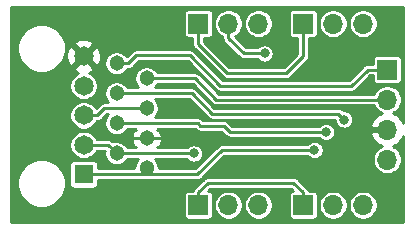
<source format=gbl>
G04 #@! TF.GenerationSoftware,KiCad,Pcbnew,5.1.5+dfsg1-2build2*
G04 #@! TF.CreationDate,2023-02-08T22:02:59+01:00*
G04 #@! TF.ProjectId,EcoApi_loadCellCombinator,45636f41-7069-45f6-9c6f-616443656c6c,rev?*
G04 #@! TF.SameCoordinates,Original*
G04 #@! TF.FileFunction,Copper,L2,Bot*
G04 #@! TF.FilePolarity,Positive*
%FSLAX46Y46*%
G04 Gerber Fmt 4.6, Leading zero omitted, Abs format (unit mm)*
G04 Created by KiCad (PCBNEW 5.1.5+dfsg1-2build2) date 2023-02-08 22:02:59*
%MOMM*%
%LPD*%
G04 APERTURE LIST*
%ADD10C,1.303000*%
%ADD11C,1.650000*%
%ADD12R,1.650000X1.650000*%
%ADD13O,1.700000X1.700000*%
%ADD14R,1.700000X1.700000*%
%ADD15C,0.800000*%
%ADD16C,0.250000*%
%ADD17C,0.254000*%
G04 APERTURE END LIST*
D10*
X172580000Y-100920000D03*
X170040000Y-99650000D03*
X172580000Y-98380000D03*
X170040000Y-97110000D03*
X172580000Y-95840000D03*
X170040000Y-94570000D03*
X172580000Y-93300000D03*
X170040000Y-92030000D03*
D11*
X167250000Y-91440000D03*
X167250000Y-93940000D03*
X167250000Y-96440000D03*
X167250000Y-98940000D03*
D12*
X167250000Y-101440000D03*
D13*
X192960000Y-100180000D03*
X192960000Y-97640000D03*
X192960000Y-95100000D03*
D14*
X192960000Y-92560000D03*
D13*
X182050000Y-104040000D03*
X179510000Y-104040000D03*
D14*
X176970000Y-104040000D03*
D13*
X182050000Y-88670000D03*
X179510000Y-88670000D03*
D14*
X176970000Y-88670000D03*
D13*
X190920000Y-104050000D03*
X188380000Y-104050000D03*
D14*
X185840000Y-104050000D03*
D13*
X190920000Y-88670000D03*
X188380000Y-88670000D03*
D14*
X185840000Y-88670000D03*
D15*
X189320000Y-96800000D03*
X187330000Y-92210000D03*
X184120000Y-91390000D03*
X171200000Y-98380000D03*
X177770000Y-98330000D03*
X193350000Y-104160000D03*
X188590000Y-100620000D03*
X179170000Y-100950000D03*
X193120000Y-89250000D03*
X169910000Y-104240000D03*
X163160000Y-96820000D03*
X169210000Y-88740000D03*
X175110000Y-92320000D03*
X191170000Y-94090000D03*
X175320000Y-95750000D03*
X174230000Y-100530000D03*
X174680000Y-102500000D03*
X183280000Y-100740000D03*
X162060000Y-88100000D03*
X161980000Y-104570000D03*
X178920000Y-90880000D03*
X184010000Y-88400000D03*
X187780000Y-97840000D03*
X176580000Y-99670000D03*
X186790000Y-99360000D03*
X182570000Y-91200000D03*
D16*
X189320000Y-96800000D02*
X189320000Y-96800000D01*
X176390000Y-94570000D02*
X178120000Y-96300000D01*
X170040000Y-94570000D02*
X176390000Y-94570000D01*
X188820000Y-96300000D02*
X189320000Y-96800000D01*
X188210000Y-96300000D02*
X188820000Y-96300000D01*
X178120000Y-96300000D02*
X188210000Y-96300000D01*
X177720000Y-98380000D02*
X177770000Y-98330000D01*
X172580000Y-98380000D02*
X177720000Y-98380000D01*
X171200000Y-98380000D02*
X172580000Y-98380000D01*
X176900000Y-97110000D02*
X177120000Y-97330000D01*
X170040000Y-97110000D02*
X176900000Y-97110000D01*
X177120000Y-97330000D02*
X179130000Y-97330000D01*
X179640000Y-97840000D02*
X187780000Y-97840000D01*
X179130000Y-97330000D02*
X179640000Y-97840000D01*
X171519340Y-95840000D02*
X172580000Y-95840000D01*
X169016726Y-95840000D02*
X171519340Y-95840000D01*
X168416726Y-96440000D02*
X169016726Y-95840000D01*
X167250000Y-96440000D02*
X168416726Y-96440000D01*
X176560000Y-99650000D02*
X176580000Y-99670000D01*
X170040000Y-99650000D02*
X176560000Y-99650000D01*
X169330000Y-98940000D02*
X170040000Y-99650000D01*
X167250000Y-98940000D02*
X169330000Y-98940000D01*
X186790000Y-99360000D02*
X186790000Y-99360000D01*
X184620000Y-99360000D02*
X186790000Y-99360000D01*
X178970000Y-99360000D02*
X184620000Y-99360000D01*
X176890000Y-101440000D02*
X178970000Y-99360000D01*
X167250000Y-101440000D02*
X171880000Y-101440000D01*
X171880000Y-101440000D02*
X172060000Y-101440000D01*
X172060000Y-101440000D02*
X172580000Y-100920000D01*
X172030000Y-101440000D02*
X172060000Y-101440000D01*
X171880000Y-101440000D02*
X172030000Y-101440000D01*
X172030000Y-101440000D02*
X176890000Y-101440000D01*
X185840000Y-91430000D02*
X185840000Y-88670000D01*
X184410000Y-92860000D02*
X185840000Y-91430000D01*
X179390000Y-92860000D02*
X184410000Y-92860000D01*
X176970000Y-90440000D02*
X176970000Y-88670000D01*
X177020000Y-90490000D02*
X176970000Y-90440000D01*
X177020000Y-90490000D02*
X179390000Y-92860000D01*
X185840000Y-102950000D02*
X185020000Y-102130000D01*
X185840000Y-104050000D02*
X185840000Y-102950000D01*
X185020000Y-102130000D02*
X178130000Y-102130000D01*
X176970000Y-102940000D02*
X176970000Y-104040000D01*
X177780000Y-102130000D02*
X176970000Y-102940000D01*
X178130000Y-102130000D02*
X177780000Y-102130000D01*
X182570000Y-91200000D02*
X180810000Y-91200000D01*
X179510000Y-89900000D02*
X179510000Y-88670000D01*
X180810000Y-91200000D02*
X179510000Y-89900000D01*
X172580000Y-93300000D02*
X176690000Y-93300000D01*
X178490000Y-95100000D02*
X192960000Y-95100000D01*
X176690000Y-93300000D02*
X178490000Y-95100000D01*
X171040000Y-92030000D02*
X171710000Y-91360000D01*
X170040000Y-92030000D02*
X171040000Y-92030000D01*
X171710000Y-91360000D02*
X176260000Y-91360000D01*
X176260000Y-91360000D02*
X178840000Y-93940000D01*
X178840000Y-93940000D02*
X189910000Y-93940000D01*
X191290000Y-92560000D02*
X192960000Y-92560000D01*
X189910000Y-93940000D02*
X191290000Y-92560000D01*
D17*
G36*
X194328634Y-97076714D02*
G01*
X194231641Y-96873080D01*
X194057588Y-96639731D01*
X193841355Y-96444822D01*
X193591252Y-96295843D01*
X193428832Y-96238228D01*
X193543097Y-96190898D01*
X193744717Y-96056180D01*
X193916180Y-95884717D01*
X194050898Y-95683097D01*
X194143693Y-95459069D01*
X194191000Y-95221243D01*
X194191000Y-94978757D01*
X194143693Y-94740931D01*
X194050898Y-94516903D01*
X193916180Y-94315283D01*
X193744717Y-94143820D01*
X193543097Y-94009102D01*
X193319069Y-93916307D01*
X193081243Y-93869000D01*
X192838757Y-93869000D01*
X192600931Y-93916307D01*
X192376903Y-94009102D01*
X192175283Y-94143820D01*
X192003820Y-94315283D01*
X191869102Y-94516903D01*
X191837168Y-94594000D01*
X178699592Y-94594000D01*
X177065376Y-92959785D01*
X177049527Y-92940473D01*
X176972479Y-92877241D01*
X176884575Y-92830255D01*
X176789193Y-92801322D01*
X176714854Y-92794000D01*
X176714846Y-92794000D01*
X176690000Y-92791553D01*
X176665154Y-92794000D01*
X173483679Y-92794000D01*
X173381995Y-92641820D01*
X173238180Y-92498005D01*
X173069072Y-92385010D01*
X172881169Y-92307178D01*
X172681692Y-92267500D01*
X172478308Y-92267500D01*
X172278831Y-92307178D01*
X172090928Y-92385010D01*
X171921820Y-92498005D01*
X171778005Y-92641820D01*
X171665010Y-92810928D01*
X171587178Y-92998831D01*
X171547500Y-93198308D01*
X171547500Y-93401692D01*
X171587178Y-93601169D01*
X171665010Y-93789072D01*
X171778005Y-93958180D01*
X171883825Y-94064000D01*
X170943679Y-94064000D01*
X170841995Y-93911820D01*
X170698180Y-93768005D01*
X170529072Y-93655010D01*
X170341169Y-93577178D01*
X170141692Y-93537500D01*
X169938308Y-93537500D01*
X169738831Y-93577178D01*
X169550928Y-93655010D01*
X169381820Y-93768005D01*
X169238005Y-93911820D01*
X169125010Y-94080928D01*
X169047178Y-94268831D01*
X169007500Y-94468308D01*
X169007500Y-94671692D01*
X169047178Y-94871169D01*
X169125010Y-95059072D01*
X169238005Y-95228180D01*
X169343825Y-95334000D01*
X169041571Y-95334000D01*
X169016725Y-95331553D01*
X168991879Y-95334000D01*
X168991872Y-95334000D01*
X168927420Y-95340348D01*
X168917532Y-95341322D01*
X168885865Y-95350928D01*
X168822151Y-95370255D01*
X168734247Y-95417241D01*
X168657199Y-95480473D01*
X168641354Y-95499780D01*
X168300176Y-95840958D01*
X168186761Y-95671220D01*
X168018780Y-95503239D01*
X167821255Y-95371257D01*
X167601777Y-95280346D01*
X167368781Y-95234000D01*
X167131219Y-95234000D01*
X166898223Y-95280346D01*
X166678745Y-95371257D01*
X166481220Y-95503239D01*
X166313239Y-95671220D01*
X166181257Y-95868745D01*
X166090346Y-96088223D01*
X166044000Y-96321219D01*
X166044000Y-96558781D01*
X166090346Y-96791777D01*
X166181257Y-97011255D01*
X166313239Y-97208780D01*
X166481220Y-97376761D01*
X166678745Y-97508743D01*
X166898223Y-97599654D01*
X167131219Y-97646000D01*
X167368781Y-97646000D01*
X167601777Y-97599654D01*
X167821255Y-97508743D01*
X168018780Y-97376761D01*
X168186761Y-97208780D01*
X168318743Y-97011255D01*
X168345773Y-96946000D01*
X168391880Y-96946000D01*
X168416726Y-96948447D01*
X168441572Y-96946000D01*
X168441580Y-96946000D01*
X168515919Y-96938678D01*
X168611301Y-96909745D01*
X168699205Y-96862759D01*
X168776253Y-96799527D01*
X168792102Y-96780215D01*
X169226318Y-96346000D01*
X169343825Y-96346000D01*
X169238005Y-96451820D01*
X169125010Y-96620928D01*
X169047178Y-96808831D01*
X169007500Y-97008308D01*
X169007500Y-97211692D01*
X169047178Y-97411169D01*
X169125010Y-97599072D01*
X169238005Y-97768180D01*
X169381820Y-97911995D01*
X169550928Y-98024990D01*
X169738831Y-98102822D01*
X169938308Y-98142500D01*
X170141692Y-98142500D01*
X170341169Y-98102822D01*
X170529072Y-98024990D01*
X170698180Y-97911995D01*
X170841995Y-97768180D01*
X170943679Y-97616000D01*
X171636392Y-97616000D01*
X171693399Y-97673007D01*
X171464574Y-97726576D01*
X171358530Y-97956740D01*
X171299426Y-98203170D01*
X171289534Y-98456396D01*
X171329235Y-98706685D01*
X171417001Y-98944420D01*
X171464574Y-99033424D01*
X171693399Y-99086993D01*
X171636392Y-99144000D01*
X170943679Y-99144000D01*
X170841995Y-98991820D01*
X170698180Y-98848005D01*
X170529072Y-98735010D01*
X170341169Y-98657178D01*
X170141692Y-98617500D01*
X169938308Y-98617500D01*
X169758798Y-98653206D01*
X169705376Y-98599785D01*
X169689527Y-98580473D01*
X169612479Y-98517241D01*
X169524575Y-98470255D01*
X169429193Y-98441322D01*
X169354854Y-98434000D01*
X169354846Y-98434000D01*
X169330000Y-98431553D01*
X169305154Y-98434000D01*
X168345773Y-98434000D01*
X168318743Y-98368745D01*
X168186761Y-98171220D01*
X168018780Y-98003239D01*
X167821255Y-97871257D01*
X167601777Y-97780346D01*
X167368781Y-97734000D01*
X167131219Y-97734000D01*
X166898223Y-97780346D01*
X166678745Y-97871257D01*
X166481220Y-98003239D01*
X166313239Y-98171220D01*
X166181257Y-98368745D01*
X166090346Y-98588223D01*
X166044000Y-98821219D01*
X166044000Y-99058781D01*
X166090346Y-99291777D01*
X166181257Y-99511255D01*
X166313239Y-99708780D01*
X166481220Y-99876761D01*
X166678745Y-100008743D01*
X166898223Y-100099654D01*
X167131219Y-100146000D01*
X167368781Y-100146000D01*
X167601777Y-100099654D01*
X167821255Y-100008743D01*
X168018780Y-99876761D01*
X168186761Y-99708780D01*
X168318743Y-99511255D01*
X168345773Y-99446000D01*
X169027850Y-99446000D01*
X169007500Y-99548308D01*
X169007500Y-99751692D01*
X169047178Y-99951169D01*
X169125010Y-100139072D01*
X169238005Y-100308180D01*
X169381820Y-100451995D01*
X169550928Y-100564990D01*
X169738831Y-100642822D01*
X169938308Y-100682500D01*
X170141692Y-100682500D01*
X170341169Y-100642822D01*
X170529072Y-100564990D01*
X170698180Y-100451995D01*
X170841995Y-100308180D01*
X170943679Y-100156000D01*
X171883825Y-100156000D01*
X171778005Y-100261820D01*
X171665010Y-100430928D01*
X171587178Y-100618831D01*
X171547500Y-100818308D01*
X171547500Y-100934000D01*
X168457843Y-100934000D01*
X168457843Y-100615000D01*
X168450487Y-100540311D01*
X168428701Y-100468492D01*
X168393322Y-100402304D01*
X168345711Y-100344289D01*
X168287696Y-100296678D01*
X168221508Y-100261299D01*
X168149689Y-100239513D01*
X168075000Y-100232157D01*
X166425000Y-100232157D01*
X166350311Y-100239513D01*
X166278492Y-100261299D01*
X166212304Y-100296678D01*
X166154289Y-100344289D01*
X166106678Y-100402304D01*
X166071299Y-100468492D01*
X166049513Y-100540311D01*
X166042157Y-100615000D01*
X166042157Y-102265000D01*
X166049513Y-102339689D01*
X166071299Y-102411508D01*
X166106678Y-102477696D01*
X166154289Y-102535711D01*
X166212304Y-102583322D01*
X166278492Y-102618701D01*
X166350311Y-102640487D01*
X166425000Y-102647843D01*
X168075000Y-102647843D01*
X168149689Y-102640487D01*
X168221508Y-102618701D01*
X168287696Y-102583322D01*
X168345711Y-102535711D01*
X168393322Y-102477696D01*
X168428701Y-102411508D01*
X168450487Y-102339689D01*
X168457843Y-102265000D01*
X168457843Y-101946000D01*
X172035154Y-101946000D01*
X172060000Y-101948447D01*
X172084846Y-101946000D01*
X172445630Y-101946000D01*
X172478308Y-101952500D01*
X172681692Y-101952500D01*
X172714370Y-101946000D01*
X176865154Y-101946000D01*
X176890000Y-101948447D01*
X176914846Y-101946000D01*
X176914854Y-101946000D01*
X176989193Y-101938678D01*
X177084575Y-101909745D01*
X177172479Y-101862759D01*
X177249527Y-101799527D01*
X177265376Y-101780215D01*
X179179592Y-99866000D01*
X186191499Y-99866000D01*
X186292141Y-99966642D01*
X186420058Y-100052113D01*
X186562191Y-100110987D01*
X186713078Y-100141000D01*
X186866922Y-100141000D01*
X187017809Y-100110987D01*
X187159942Y-100052113D01*
X187287859Y-99966642D01*
X187396642Y-99857859D01*
X187482113Y-99729942D01*
X187540987Y-99587809D01*
X187571000Y-99436922D01*
X187571000Y-99283078D01*
X187540987Y-99132191D01*
X187482113Y-98990058D01*
X187396642Y-98862141D01*
X187287859Y-98753358D01*
X187159942Y-98667887D01*
X187017809Y-98609013D01*
X186866922Y-98579000D01*
X186713078Y-98579000D01*
X186562191Y-98609013D01*
X186420058Y-98667887D01*
X186292141Y-98753358D01*
X186191499Y-98854000D01*
X178994845Y-98854000D01*
X178969999Y-98851553D01*
X178945153Y-98854000D01*
X178945146Y-98854000D01*
X178880694Y-98860348D01*
X178870806Y-98861322D01*
X178779562Y-98889000D01*
X178775425Y-98890255D01*
X178687521Y-98937241D01*
X178610473Y-99000473D01*
X178594628Y-99019780D01*
X176680409Y-100934000D01*
X173612500Y-100934000D01*
X173612500Y-100818308D01*
X173572822Y-100618831D01*
X173494990Y-100430928D01*
X173381995Y-100261820D01*
X173276175Y-100156000D01*
X175965434Y-100156000D01*
X175973358Y-100167859D01*
X176082141Y-100276642D01*
X176210058Y-100362113D01*
X176352191Y-100420987D01*
X176503078Y-100451000D01*
X176656922Y-100451000D01*
X176807809Y-100420987D01*
X176949942Y-100362113D01*
X177077859Y-100276642D01*
X177186642Y-100167859D01*
X177272113Y-100039942D01*
X177330987Y-99897809D01*
X177361000Y-99746922D01*
X177361000Y-99593078D01*
X177330987Y-99442191D01*
X177272113Y-99300058D01*
X177186642Y-99172141D01*
X177077859Y-99063358D01*
X176949942Y-98977887D01*
X176807809Y-98919013D01*
X176656922Y-98889000D01*
X176503078Y-98889000D01*
X176352191Y-98919013D01*
X176210058Y-98977887D01*
X176082141Y-99063358D01*
X176001499Y-99144000D01*
X173523608Y-99144000D01*
X173466601Y-99086993D01*
X173695426Y-99033424D01*
X173801470Y-98803260D01*
X173860574Y-98556830D01*
X173870466Y-98303604D01*
X173830765Y-98053315D01*
X173742999Y-97815580D01*
X173695426Y-97726576D01*
X173466601Y-97673007D01*
X173523608Y-97616000D01*
X176690409Y-97616000D01*
X176744624Y-97670215D01*
X176760473Y-97689527D01*
X176837521Y-97752759D01*
X176925425Y-97799745D01*
X177020807Y-97828678D01*
X177095146Y-97836000D01*
X177095154Y-97836000D01*
X177120000Y-97838447D01*
X177144846Y-97836000D01*
X178920409Y-97836000D01*
X179264628Y-98180220D01*
X179280473Y-98199527D01*
X179357521Y-98262759D01*
X179433936Y-98303604D01*
X179445425Y-98309745D01*
X179540807Y-98338678D01*
X179640000Y-98348448D01*
X179664854Y-98346000D01*
X187181499Y-98346000D01*
X187282141Y-98446642D01*
X187410058Y-98532113D01*
X187552191Y-98590987D01*
X187703078Y-98621000D01*
X187856922Y-98621000D01*
X188007809Y-98590987D01*
X188149942Y-98532113D01*
X188277859Y-98446642D01*
X188386642Y-98337859D01*
X188472113Y-98209942D01*
X188530987Y-98067809D01*
X188561000Y-97916922D01*
X188561000Y-97763078D01*
X188530987Y-97612191D01*
X188472113Y-97470058D01*
X188386642Y-97342141D01*
X188277859Y-97233358D01*
X188149942Y-97147887D01*
X188007809Y-97089013D01*
X187856922Y-97059000D01*
X187703078Y-97059000D01*
X187552191Y-97089013D01*
X187410058Y-97147887D01*
X187282141Y-97233358D01*
X187181499Y-97334000D01*
X179849592Y-97334000D01*
X179505376Y-96989785D01*
X179489527Y-96970473D01*
X179412479Y-96907241D01*
X179324575Y-96860255D01*
X179229193Y-96831322D01*
X179154854Y-96824000D01*
X179154846Y-96824000D01*
X179130000Y-96821553D01*
X179105154Y-96824000D01*
X177329591Y-96824000D01*
X177275376Y-96769785D01*
X177259527Y-96750473D01*
X177182479Y-96687241D01*
X177094575Y-96640255D01*
X176999193Y-96611322D01*
X176924854Y-96604000D01*
X176924846Y-96604000D01*
X176900000Y-96601553D01*
X176875154Y-96604000D01*
X173276175Y-96604000D01*
X173381995Y-96498180D01*
X173494990Y-96329072D01*
X173572822Y-96141169D01*
X173612500Y-95941692D01*
X173612500Y-95738308D01*
X173572822Y-95538831D01*
X173494990Y-95350928D01*
X173381995Y-95181820D01*
X173276175Y-95076000D01*
X176180409Y-95076000D01*
X177744628Y-96640220D01*
X177760473Y-96659527D01*
X177837521Y-96722759D01*
X177925425Y-96769745D01*
X177998057Y-96791777D01*
X178020806Y-96798678D01*
X178029427Y-96799527D01*
X178095146Y-96806000D01*
X178095153Y-96806000D01*
X178119999Y-96808447D01*
X178144845Y-96806000D01*
X188539000Y-96806000D01*
X188539000Y-96876922D01*
X188569013Y-97027809D01*
X188627887Y-97169942D01*
X188713358Y-97297859D01*
X188822141Y-97406642D01*
X188950058Y-97492113D01*
X189092191Y-97550987D01*
X189243078Y-97581000D01*
X189396922Y-97581000D01*
X189547809Y-97550987D01*
X189689942Y-97492113D01*
X189817859Y-97406642D01*
X189926642Y-97297859D01*
X190012113Y-97169942D01*
X190070987Y-97027809D01*
X190101000Y-96876922D01*
X190101000Y-96723078D01*
X190070987Y-96572191D01*
X190012113Y-96430058D01*
X189926642Y-96302141D01*
X189817859Y-96193358D01*
X189689942Y-96107887D01*
X189547809Y-96049013D01*
X189396922Y-96019000D01*
X189254591Y-96019000D01*
X189195376Y-95959785D01*
X189179527Y-95940473D01*
X189102479Y-95877241D01*
X189014575Y-95830255D01*
X188919193Y-95801322D01*
X188844854Y-95794000D01*
X188844846Y-95794000D01*
X188820000Y-95791553D01*
X188795154Y-95794000D01*
X178329592Y-95794000D01*
X176765376Y-94229785D01*
X176749527Y-94210473D01*
X176672479Y-94147241D01*
X176584575Y-94100255D01*
X176489193Y-94071322D01*
X176414854Y-94064000D01*
X176414846Y-94064000D01*
X176390000Y-94061553D01*
X176365154Y-94064000D01*
X173276175Y-94064000D01*
X173381995Y-93958180D01*
X173483679Y-93806000D01*
X176480409Y-93806000D01*
X178114628Y-95440220D01*
X178130473Y-95459527D01*
X178207521Y-95522759D01*
X178295425Y-95569745D01*
X178368607Y-95591944D01*
X178390806Y-95598678D01*
X178400694Y-95599652D01*
X178465146Y-95606000D01*
X178465153Y-95606000D01*
X178489999Y-95608447D01*
X178514845Y-95606000D01*
X191837168Y-95606000D01*
X191869102Y-95683097D01*
X192003820Y-95884717D01*
X192175283Y-96056180D01*
X192376903Y-96190898D01*
X192491168Y-96238228D01*
X192328748Y-96295843D01*
X192078645Y-96444822D01*
X191862412Y-96639731D01*
X191688359Y-96873080D01*
X191563175Y-97135901D01*
X191518524Y-97283110D01*
X191639845Y-97513000D01*
X192833000Y-97513000D01*
X192833000Y-97493000D01*
X193087000Y-97493000D01*
X193087000Y-97513000D01*
X193107000Y-97513000D01*
X193107000Y-97767000D01*
X193087000Y-97767000D01*
X193087000Y-97787000D01*
X192833000Y-97787000D01*
X192833000Y-97767000D01*
X191639845Y-97767000D01*
X191518524Y-97996890D01*
X191563175Y-98144099D01*
X191688359Y-98406920D01*
X191862412Y-98640269D01*
X192078645Y-98835178D01*
X192328748Y-98984157D01*
X192491168Y-99041772D01*
X192376903Y-99089102D01*
X192175283Y-99223820D01*
X192003820Y-99395283D01*
X191869102Y-99596903D01*
X191776307Y-99820931D01*
X191729000Y-100058757D01*
X191729000Y-100301243D01*
X191776307Y-100539069D01*
X191869102Y-100763097D01*
X192003820Y-100964717D01*
X192175283Y-101136180D01*
X192376903Y-101270898D01*
X192600931Y-101363693D01*
X192838757Y-101411000D01*
X193081243Y-101411000D01*
X193319069Y-101363693D01*
X193543097Y-101270898D01*
X193744717Y-101136180D01*
X193916180Y-100964717D01*
X194050898Y-100763097D01*
X194143693Y-100539069D01*
X194191000Y-100301243D01*
X194191000Y-100058757D01*
X194143693Y-99820931D01*
X194050898Y-99596903D01*
X193916180Y-99395283D01*
X193744717Y-99223820D01*
X193543097Y-99089102D01*
X193428832Y-99041772D01*
X193591252Y-98984157D01*
X193841355Y-98835178D01*
X194057588Y-98640269D01*
X194231641Y-98406920D01*
X194328040Y-98204532D01*
X194324214Y-105474000D01*
X161136213Y-105474000D01*
X161138047Y-101988502D01*
X161634000Y-101988502D01*
X161634000Y-102393498D01*
X161713011Y-102790713D01*
X161867997Y-103164881D01*
X162093001Y-103501624D01*
X162379376Y-103787999D01*
X162716119Y-104013003D01*
X163090287Y-104167989D01*
X163487502Y-104247000D01*
X163892498Y-104247000D01*
X164289713Y-104167989D01*
X164663881Y-104013003D01*
X165000624Y-103787999D01*
X165286999Y-103501624D01*
X165495219Y-103190000D01*
X175737157Y-103190000D01*
X175737157Y-104890000D01*
X175744513Y-104964689D01*
X175766299Y-105036508D01*
X175801678Y-105102696D01*
X175849289Y-105160711D01*
X175907304Y-105208322D01*
X175973492Y-105243701D01*
X176045311Y-105265487D01*
X176120000Y-105272843D01*
X177820000Y-105272843D01*
X177894689Y-105265487D01*
X177966508Y-105243701D01*
X178032696Y-105208322D01*
X178090711Y-105160711D01*
X178138322Y-105102696D01*
X178173701Y-105036508D01*
X178195487Y-104964689D01*
X178202843Y-104890000D01*
X178202843Y-103918757D01*
X178279000Y-103918757D01*
X178279000Y-104161243D01*
X178326307Y-104399069D01*
X178419102Y-104623097D01*
X178553820Y-104824717D01*
X178725283Y-104996180D01*
X178926903Y-105130898D01*
X179150931Y-105223693D01*
X179388757Y-105271000D01*
X179631243Y-105271000D01*
X179869069Y-105223693D01*
X180093097Y-105130898D01*
X180294717Y-104996180D01*
X180466180Y-104824717D01*
X180600898Y-104623097D01*
X180693693Y-104399069D01*
X180741000Y-104161243D01*
X180741000Y-103918757D01*
X180819000Y-103918757D01*
X180819000Y-104161243D01*
X180866307Y-104399069D01*
X180959102Y-104623097D01*
X181093820Y-104824717D01*
X181265283Y-104996180D01*
X181466903Y-105130898D01*
X181690931Y-105223693D01*
X181928757Y-105271000D01*
X182171243Y-105271000D01*
X182409069Y-105223693D01*
X182633097Y-105130898D01*
X182834717Y-104996180D01*
X183006180Y-104824717D01*
X183140898Y-104623097D01*
X183233693Y-104399069D01*
X183281000Y-104161243D01*
X183281000Y-103918757D01*
X183233693Y-103680931D01*
X183140898Y-103456903D01*
X183006180Y-103255283D01*
X182834717Y-103083820D01*
X182633097Y-102949102D01*
X182409069Y-102856307D01*
X182171243Y-102809000D01*
X181928757Y-102809000D01*
X181690931Y-102856307D01*
X181466903Y-102949102D01*
X181265283Y-103083820D01*
X181093820Y-103255283D01*
X180959102Y-103456903D01*
X180866307Y-103680931D01*
X180819000Y-103918757D01*
X180741000Y-103918757D01*
X180693693Y-103680931D01*
X180600898Y-103456903D01*
X180466180Y-103255283D01*
X180294717Y-103083820D01*
X180093097Y-102949102D01*
X179869069Y-102856307D01*
X179631243Y-102809000D01*
X179388757Y-102809000D01*
X179150931Y-102856307D01*
X178926903Y-102949102D01*
X178725283Y-103083820D01*
X178553820Y-103255283D01*
X178419102Y-103456903D01*
X178326307Y-103680931D01*
X178279000Y-103918757D01*
X178202843Y-103918757D01*
X178202843Y-103190000D01*
X178195487Y-103115311D01*
X178173701Y-103043492D01*
X178138322Y-102977304D01*
X178090711Y-102919289D01*
X178032696Y-102871678D01*
X177966508Y-102836299D01*
X177894689Y-102814513D01*
X177820000Y-102807157D01*
X177818435Y-102807157D01*
X177989592Y-102636000D01*
X184810409Y-102636000D01*
X184991566Y-102817157D01*
X184990000Y-102817157D01*
X184915311Y-102824513D01*
X184843492Y-102846299D01*
X184777304Y-102881678D01*
X184719289Y-102929289D01*
X184671678Y-102987304D01*
X184636299Y-103053492D01*
X184614513Y-103125311D01*
X184607157Y-103200000D01*
X184607157Y-104900000D01*
X184614513Y-104974689D01*
X184636299Y-105046508D01*
X184671678Y-105112696D01*
X184719289Y-105170711D01*
X184777304Y-105218322D01*
X184843492Y-105253701D01*
X184915311Y-105275487D01*
X184990000Y-105282843D01*
X186690000Y-105282843D01*
X186764689Y-105275487D01*
X186836508Y-105253701D01*
X186902696Y-105218322D01*
X186960711Y-105170711D01*
X187008322Y-105112696D01*
X187043701Y-105046508D01*
X187065487Y-104974689D01*
X187072843Y-104900000D01*
X187072843Y-103928757D01*
X187149000Y-103928757D01*
X187149000Y-104171243D01*
X187196307Y-104409069D01*
X187289102Y-104633097D01*
X187423820Y-104834717D01*
X187595283Y-105006180D01*
X187796903Y-105140898D01*
X188020931Y-105233693D01*
X188258757Y-105281000D01*
X188501243Y-105281000D01*
X188739069Y-105233693D01*
X188963097Y-105140898D01*
X189164717Y-105006180D01*
X189336180Y-104834717D01*
X189470898Y-104633097D01*
X189563693Y-104409069D01*
X189611000Y-104171243D01*
X189611000Y-103928757D01*
X189689000Y-103928757D01*
X189689000Y-104171243D01*
X189736307Y-104409069D01*
X189829102Y-104633097D01*
X189963820Y-104834717D01*
X190135283Y-105006180D01*
X190336903Y-105140898D01*
X190560931Y-105233693D01*
X190798757Y-105281000D01*
X191041243Y-105281000D01*
X191279069Y-105233693D01*
X191503097Y-105140898D01*
X191704717Y-105006180D01*
X191876180Y-104834717D01*
X192010898Y-104633097D01*
X192103693Y-104409069D01*
X192151000Y-104171243D01*
X192151000Y-103928757D01*
X192103693Y-103690931D01*
X192010898Y-103466903D01*
X191876180Y-103265283D01*
X191704717Y-103093820D01*
X191503097Y-102959102D01*
X191279069Y-102866307D01*
X191041243Y-102819000D01*
X190798757Y-102819000D01*
X190560931Y-102866307D01*
X190336903Y-102959102D01*
X190135283Y-103093820D01*
X189963820Y-103265283D01*
X189829102Y-103466903D01*
X189736307Y-103690931D01*
X189689000Y-103928757D01*
X189611000Y-103928757D01*
X189563693Y-103690931D01*
X189470898Y-103466903D01*
X189336180Y-103265283D01*
X189164717Y-103093820D01*
X188963097Y-102959102D01*
X188739069Y-102866307D01*
X188501243Y-102819000D01*
X188258757Y-102819000D01*
X188020931Y-102866307D01*
X187796903Y-102959102D01*
X187595283Y-103093820D01*
X187423820Y-103265283D01*
X187289102Y-103466903D01*
X187196307Y-103690931D01*
X187149000Y-103928757D01*
X187072843Y-103928757D01*
X187072843Y-103200000D01*
X187065487Y-103125311D01*
X187043701Y-103053492D01*
X187008322Y-102987304D01*
X186960711Y-102929289D01*
X186902696Y-102881678D01*
X186836508Y-102846299D01*
X186764689Y-102824513D01*
X186690000Y-102817157D01*
X186328471Y-102817157D01*
X186325997Y-102809000D01*
X186309745Y-102755425D01*
X186304400Y-102745425D01*
X186262759Y-102667521D01*
X186199527Y-102590473D01*
X186180220Y-102574628D01*
X185395376Y-101789785D01*
X185379527Y-101770473D01*
X185302479Y-101707241D01*
X185214575Y-101660255D01*
X185119193Y-101631322D01*
X185044854Y-101624000D01*
X185044846Y-101624000D01*
X185020000Y-101621553D01*
X184995154Y-101624000D01*
X177804846Y-101624000D01*
X177780000Y-101621553D01*
X177755154Y-101624000D01*
X177755146Y-101624000D01*
X177680807Y-101631322D01*
X177585425Y-101660255D01*
X177497521Y-101707241D01*
X177420473Y-101770473D01*
X177404628Y-101789780D01*
X176629785Y-102564624D01*
X176610473Y-102580473D01*
X176547241Y-102657521D01*
X176500255Y-102745426D01*
X176481530Y-102807157D01*
X176120000Y-102807157D01*
X176045311Y-102814513D01*
X175973492Y-102836299D01*
X175907304Y-102871678D01*
X175849289Y-102919289D01*
X175801678Y-102977304D01*
X175766299Y-103043492D01*
X175744513Y-103115311D01*
X175737157Y-103190000D01*
X165495219Y-103190000D01*
X165512003Y-103164881D01*
X165666989Y-102790713D01*
X165746000Y-102393498D01*
X165746000Y-101988502D01*
X165666989Y-101591287D01*
X165512003Y-101217119D01*
X165286999Y-100880376D01*
X165000624Y-100594001D01*
X164663881Y-100368997D01*
X164289713Y-100214011D01*
X163892498Y-100135000D01*
X163487502Y-100135000D01*
X163090287Y-100214011D01*
X162716119Y-100368997D01*
X162379376Y-100594001D01*
X162093001Y-100880376D01*
X161867997Y-101217119D01*
X161713011Y-101591287D01*
X161634000Y-101988502D01*
X161138047Y-101988502D01*
X161142345Y-93821219D01*
X166044000Y-93821219D01*
X166044000Y-94058781D01*
X166090346Y-94291777D01*
X166181257Y-94511255D01*
X166313239Y-94708780D01*
X166481220Y-94876761D01*
X166678745Y-95008743D01*
X166898223Y-95099654D01*
X167131219Y-95146000D01*
X167368781Y-95146000D01*
X167601777Y-95099654D01*
X167821255Y-95008743D01*
X168018780Y-94876761D01*
X168186761Y-94708780D01*
X168318743Y-94511255D01*
X168409654Y-94291777D01*
X168456000Y-94058781D01*
X168456000Y-93821219D01*
X168409654Y-93588223D01*
X168318743Y-93368745D01*
X168186761Y-93171220D01*
X168018780Y-93003239D01*
X167821255Y-92871257D01*
X167711069Y-92825616D01*
X167875020Y-92767265D01*
X168006337Y-92697073D01*
X168080946Y-92450551D01*
X167250000Y-91619605D01*
X166419054Y-92450551D01*
X166493663Y-92697073D01*
X166753439Y-92820473D01*
X166783214Y-92827985D01*
X166678745Y-92871257D01*
X166481220Y-93003239D01*
X166313239Y-93171220D01*
X166181257Y-93368745D01*
X166090346Y-93588223D01*
X166044000Y-93821219D01*
X161142345Y-93821219D01*
X161144064Y-90556502D01*
X161634000Y-90556502D01*
X161634000Y-90961498D01*
X161713011Y-91358713D01*
X161867997Y-91732881D01*
X162093001Y-92069624D01*
X162379376Y-92355999D01*
X162716119Y-92581003D01*
X163090287Y-92735989D01*
X163487502Y-92815000D01*
X163892498Y-92815000D01*
X164289713Y-92735989D01*
X164663881Y-92581003D01*
X165000624Y-92355999D01*
X165286999Y-92069624D01*
X165512003Y-91732881D01*
X165604522Y-91509521D01*
X165784583Y-91509521D01*
X165826303Y-91794074D01*
X165922735Y-92065020D01*
X165992927Y-92196337D01*
X166239449Y-92270946D01*
X167070395Y-91440000D01*
X167429605Y-91440000D01*
X168260551Y-92270946D01*
X168507073Y-92196337D01*
X168630473Y-91936561D01*
X168632555Y-91928308D01*
X169007500Y-91928308D01*
X169007500Y-92131692D01*
X169047178Y-92331169D01*
X169125010Y-92519072D01*
X169238005Y-92688180D01*
X169381820Y-92831995D01*
X169550928Y-92944990D01*
X169738831Y-93022822D01*
X169938308Y-93062500D01*
X170141692Y-93062500D01*
X170341169Y-93022822D01*
X170529072Y-92944990D01*
X170698180Y-92831995D01*
X170841995Y-92688180D01*
X170943679Y-92536000D01*
X171015154Y-92536000D01*
X171040000Y-92538447D01*
X171064846Y-92536000D01*
X171064854Y-92536000D01*
X171139193Y-92528678D01*
X171234575Y-92499745D01*
X171322479Y-92452759D01*
X171399527Y-92389527D01*
X171415376Y-92370215D01*
X171919592Y-91866000D01*
X176050409Y-91866000D01*
X178464628Y-94280220D01*
X178480473Y-94299527D01*
X178557521Y-94362759D01*
X178645425Y-94409745D01*
X178740807Y-94438678D01*
X178815146Y-94446000D01*
X178815154Y-94446000D01*
X178840000Y-94448447D01*
X178864846Y-94446000D01*
X189885154Y-94446000D01*
X189910000Y-94448447D01*
X189934846Y-94446000D01*
X189934854Y-94446000D01*
X190009193Y-94438678D01*
X190104575Y-94409745D01*
X190192479Y-94362759D01*
X190269527Y-94299527D01*
X190285376Y-94280215D01*
X191499592Y-93066000D01*
X191727157Y-93066000D01*
X191727157Y-93410000D01*
X191734513Y-93484689D01*
X191756299Y-93556508D01*
X191791678Y-93622696D01*
X191839289Y-93680711D01*
X191897304Y-93728322D01*
X191963492Y-93763701D01*
X192035311Y-93785487D01*
X192110000Y-93792843D01*
X193810000Y-93792843D01*
X193884689Y-93785487D01*
X193956508Y-93763701D01*
X194022696Y-93728322D01*
X194080711Y-93680711D01*
X194128322Y-93622696D01*
X194163701Y-93556508D01*
X194185487Y-93484689D01*
X194192843Y-93410000D01*
X194192843Y-91710000D01*
X194185487Y-91635311D01*
X194163701Y-91563492D01*
X194128322Y-91497304D01*
X194080711Y-91439289D01*
X194022696Y-91391678D01*
X193956508Y-91356299D01*
X193884689Y-91334513D01*
X193810000Y-91327157D01*
X192110000Y-91327157D01*
X192035311Y-91334513D01*
X191963492Y-91356299D01*
X191897304Y-91391678D01*
X191839289Y-91439289D01*
X191791678Y-91497304D01*
X191756299Y-91563492D01*
X191734513Y-91635311D01*
X191727157Y-91710000D01*
X191727157Y-92054000D01*
X191314854Y-92054000D01*
X191290000Y-92051552D01*
X191265146Y-92054000D01*
X191190807Y-92061322D01*
X191095425Y-92090255D01*
X191007521Y-92137241D01*
X190930473Y-92200473D01*
X190914628Y-92219780D01*
X189700409Y-93434000D01*
X179049592Y-93434000D01*
X176635376Y-91019785D01*
X176619527Y-91000473D01*
X176542479Y-90937241D01*
X176454575Y-90890255D01*
X176359193Y-90861322D01*
X176284854Y-90854000D01*
X176284846Y-90854000D01*
X176260000Y-90851553D01*
X176235154Y-90854000D01*
X171734845Y-90854000D01*
X171709999Y-90851553D01*
X171685153Y-90854000D01*
X171685146Y-90854000D01*
X171620694Y-90860348D01*
X171610806Y-90861322D01*
X171515425Y-90890255D01*
X171427521Y-90937241D01*
X171350473Y-91000473D01*
X171334628Y-91019780D01*
X170898309Y-91456100D01*
X170841995Y-91371820D01*
X170698180Y-91228005D01*
X170529072Y-91115010D01*
X170341169Y-91037178D01*
X170141692Y-90997500D01*
X169938308Y-90997500D01*
X169738831Y-91037178D01*
X169550928Y-91115010D01*
X169381820Y-91228005D01*
X169238005Y-91371820D01*
X169125010Y-91540928D01*
X169047178Y-91728831D01*
X169007500Y-91928308D01*
X168632555Y-91928308D01*
X168700823Y-91657703D01*
X168715417Y-91370479D01*
X168673697Y-91085926D01*
X168577265Y-90814980D01*
X168507073Y-90683663D01*
X168260551Y-90609054D01*
X167429605Y-91440000D01*
X167070395Y-91440000D01*
X166239449Y-90609054D01*
X165992927Y-90683663D01*
X165869527Y-90943439D01*
X165799177Y-91222297D01*
X165784583Y-91509521D01*
X165604522Y-91509521D01*
X165666989Y-91358713D01*
X165746000Y-90961498D01*
X165746000Y-90556502D01*
X165720728Y-90429449D01*
X166419054Y-90429449D01*
X167250000Y-91260395D01*
X168080946Y-90429449D01*
X168006337Y-90182927D01*
X167746561Y-90059527D01*
X167467703Y-89989177D01*
X167180479Y-89974583D01*
X166895926Y-90016303D01*
X166624980Y-90112735D01*
X166493663Y-90182927D01*
X166419054Y-90429449D01*
X165720728Y-90429449D01*
X165666989Y-90159287D01*
X165512003Y-89785119D01*
X165286999Y-89448376D01*
X165000624Y-89162001D01*
X164663881Y-88936997D01*
X164289713Y-88782011D01*
X163892498Y-88703000D01*
X163487502Y-88703000D01*
X163090287Y-88782011D01*
X162716119Y-88936997D01*
X162379376Y-89162001D01*
X162093001Y-89448376D01*
X161867997Y-89785119D01*
X161713011Y-90159287D01*
X161634000Y-90556502D01*
X161144064Y-90556502D01*
X161145504Y-87820000D01*
X175737157Y-87820000D01*
X175737157Y-89520000D01*
X175744513Y-89594689D01*
X175766299Y-89666508D01*
X175801678Y-89732696D01*
X175849289Y-89790711D01*
X175907304Y-89838322D01*
X175973492Y-89873701D01*
X176045311Y-89895487D01*
X176120000Y-89902843D01*
X176464000Y-89902843D01*
X176464000Y-90415153D01*
X176461553Y-90440000D01*
X176464000Y-90464846D01*
X176464000Y-90464853D01*
X176471322Y-90539192D01*
X176500255Y-90634574D01*
X176547241Y-90722479D01*
X176610473Y-90799527D01*
X176629785Y-90815376D01*
X176644630Y-90830221D01*
X179014628Y-93200220D01*
X179030473Y-93219527D01*
X179107521Y-93282759D01*
X179195425Y-93329745D01*
X179290806Y-93358678D01*
X179300694Y-93359652D01*
X179365146Y-93366000D01*
X179365153Y-93366000D01*
X179389999Y-93368447D01*
X179414845Y-93366000D01*
X184385154Y-93366000D01*
X184410000Y-93368447D01*
X184434846Y-93366000D01*
X184434854Y-93366000D01*
X184509193Y-93358678D01*
X184604575Y-93329745D01*
X184692479Y-93282759D01*
X184769527Y-93219527D01*
X184785376Y-93200215D01*
X186180220Y-91805372D01*
X186199527Y-91789527D01*
X186262759Y-91712479D01*
X186309745Y-91624575D01*
X186338678Y-91529193D01*
X186339190Y-91524000D01*
X186339652Y-91519306D01*
X186346000Y-91454854D01*
X186346000Y-91454847D01*
X186348447Y-91430001D01*
X186346000Y-91405155D01*
X186346000Y-89902843D01*
X186690000Y-89902843D01*
X186764689Y-89895487D01*
X186836508Y-89873701D01*
X186902696Y-89838322D01*
X186960711Y-89790711D01*
X187008322Y-89732696D01*
X187043701Y-89666508D01*
X187065487Y-89594689D01*
X187072843Y-89520000D01*
X187072843Y-88548757D01*
X187149000Y-88548757D01*
X187149000Y-88791243D01*
X187196307Y-89029069D01*
X187289102Y-89253097D01*
X187423820Y-89454717D01*
X187595283Y-89626180D01*
X187796903Y-89760898D01*
X188020931Y-89853693D01*
X188258757Y-89901000D01*
X188501243Y-89901000D01*
X188739069Y-89853693D01*
X188963097Y-89760898D01*
X189164717Y-89626180D01*
X189336180Y-89454717D01*
X189470898Y-89253097D01*
X189563693Y-89029069D01*
X189611000Y-88791243D01*
X189611000Y-88548757D01*
X189689000Y-88548757D01*
X189689000Y-88791243D01*
X189736307Y-89029069D01*
X189829102Y-89253097D01*
X189963820Y-89454717D01*
X190135283Y-89626180D01*
X190336903Y-89760898D01*
X190560931Y-89853693D01*
X190798757Y-89901000D01*
X191041243Y-89901000D01*
X191279069Y-89853693D01*
X191503097Y-89760898D01*
X191704717Y-89626180D01*
X191876180Y-89454717D01*
X192010898Y-89253097D01*
X192103693Y-89029069D01*
X192151000Y-88791243D01*
X192151000Y-88548757D01*
X192103693Y-88310931D01*
X192010898Y-88086903D01*
X191876180Y-87885283D01*
X191704717Y-87713820D01*
X191503097Y-87579102D01*
X191279069Y-87486307D01*
X191041243Y-87439000D01*
X190798757Y-87439000D01*
X190560931Y-87486307D01*
X190336903Y-87579102D01*
X190135283Y-87713820D01*
X189963820Y-87885283D01*
X189829102Y-88086903D01*
X189736307Y-88310931D01*
X189689000Y-88548757D01*
X189611000Y-88548757D01*
X189563693Y-88310931D01*
X189470898Y-88086903D01*
X189336180Y-87885283D01*
X189164717Y-87713820D01*
X188963097Y-87579102D01*
X188739069Y-87486307D01*
X188501243Y-87439000D01*
X188258757Y-87439000D01*
X188020931Y-87486307D01*
X187796903Y-87579102D01*
X187595283Y-87713820D01*
X187423820Y-87885283D01*
X187289102Y-88086903D01*
X187196307Y-88310931D01*
X187149000Y-88548757D01*
X187072843Y-88548757D01*
X187072843Y-87820000D01*
X187065487Y-87745311D01*
X187043701Y-87673492D01*
X187008322Y-87607304D01*
X186960711Y-87549289D01*
X186902696Y-87501678D01*
X186836508Y-87466299D01*
X186764689Y-87444513D01*
X186690000Y-87437157D01*
X184990000Y-87437157D01*
X184915311Y-87444513D01*
X184843492Y-87466299D01*
X184777304Y-87501678D01*
X184719289Y-87549289D01*
X184671678Y-87607304D01*
X184636299Y-87673492D01*
X184614513Y-87745311D01*
X184607157Y-87820000D01*
X184607157Y-89520000D01*
X184614513Y-89594689D01*
X184636299Y-89666508D01*
X184671678Y-89732696D01*
X184719289Y-89790711D01*
X184777304Y-89838322D01*
X184843492Y-89873701D01*
X184915311Y-89895487D01*
X184990000Y-89902843D01*
X185334001Y-89902843D01*
X185334000Y-91220408D01*
X184200409Y-92354000D01*
X179599592Y-92354000D01*
X177476000Y-90230409D01*
X177476000Y-89902843D01*
X177820000Y-89902843D01*
X177894689Y-89895487D01*
X177966508Y-89873701D01*
X178032696Y-89838322D01*
X178090711Y-89790711D01*
X178138322Y-89732696D01*
X178173701Y-89666508D01*
X178195487Y-89594689D01*
X178202843Y-89520000D01*
X178202843Y-88548757D01*
X178279000Y-88548757D01*
X178279000Y-88791243D01*
X178326307Y-89029069D01*
X178419102Y-89253097D01*
X178553820Y-89454717D01*
X178725283Y-89626180D01*
X178926903Y-89760898D01*
X179004000Y-89792833D01*
X179004000Y-89875153D01*
X179001553Y-89900000D01*
X179004000Y-89924846D01*
X179004000Y-89924853D01*
X179011322Y-89999192D01*
X179040255Y-90094574D01*
X179087241Y-90182479D01*
X179150473Y-90259527D01*
X179169785Y-90275376D01*
X180434628Y-91540220D01*
X180450473Y-91559527D01*
X180527521Y-91622759D01*
X180615425Y-91669745D01*
X180710807Y-91698678D01*
X180810000Y-91708448D01*
X180834854Y-91706000D01*
X181971499Y-91706000D01*
X182072141Y-91806642D01*
X182200058Y-91892113D01*
X182342191Y-91950987D01*
X182493078Y-91981000D01*
X182646922Y-91981000D01*
X182797809Y-91950987D01*
X182939942Y-91892113D01*
X183067859Y-91806642D01*
X183176642Y-91697859D01*
X183262113Y-91569942D01*
X183320987Y-91427809D01*
X183351000Y-91276922D01*
X183351000Y-91123078D01*
X183320987Y-90972191D01*
X183262113Y-90830058D01*
X183176642Y-90702141D01*
X183067859Y-90593358D01*
X182939942Y-90507887D01*
X182797809Y-90449013D01*
X182646922Y-90419000D01*
X182493078Y-90419000D01*
X182342191Y-90449013D01*
X182200058Y-90507887D01*
X182072141Y-90593358D01*
X181971499Y-90694000D01*
X181019592Y-90694000D01*
X180088425Y-89762833D01*
X180093097Y-89760898D01*
X180294717Y-89626180D01*
X180466180Y-89454717D01*
X180600898Y-89253097D01*
X180693693Y-89029069D01*
X180741000Y-88791243D01*
X180741000Y-88548757D01*
X180819000Y-88548757D01*
X180819000Y-88791243D01*
X180866307Y-89029069D01*
X180959102Y-89253097D01*
X181093820Y-89454717D01*
X181265283Y-89626180D01*
X181466903Y-89760898D01*
X181690931Y-89853693D01*
X181928757Y-89901000D01*
X182171243Y-89901000D01*
X182409069Y-89853693D01*
X182633097Y-89760898D01*
X182834717Y-89626180D01*
X183006180Y-89454717D01*
X183140898Y-89253097D01*
X183233693Y-89029069D01*
X183281000Y-88791243D01*
X183281000Y-88548757D01*
X183233693Y-88310931D01*
X183140898Y-88086903D01*
X183006180Y-87885283D01*
X182834717Y-87713820D01*
X182633097Y-87579102D01*
X182409069Y-87486307D01*
X182171243Y-87439000D01*
X181928757Y-87439000D01*
X181690931Y-87486307D01*
X181466903Y-87579102D01*
X181265283Y-87713820D01*
X181093820Y-87885283D01*
X180959102Y-88086903D01*
X180866307Y-88310931D01*
X180819000Y-88548757D01*
X180741000Y-88548757D01*
X180693693Y-88310931D01*
X180600898Y-88086903D01*
X180466180Y-87885283D01*
X180294717Y-87713820D01*
X180093097Y-87579102D01*
X179869069Y-87486307D01*
X179631243Y-87439000D01*
X179388757Y-87439000D01*
X179150931Y-87486307D01*
X178926903Y-87579102D01*
X178725283Y-87713820D01*
X178553820Y-87885283D01*
X178419102Y-88086903D01*
X178326307Y-88310931D01*
X178279000Y-88548757D01*
X178202843Y-88548757D01*
X178202843Y-87820000D01*
X178195487Y-87745311D01*
X178173701Y-87673492D01*
X178138322Y-87607304D01*
X178090711Y-87549289D01*
X178032696Y-87501678D01*
X177966508Y-87466299D01*
X177894689Y-87444513D01*
X177820000Y-87437157D01*
X176120000Y-87437157D01*
X176045311Y-87444513D01*
X175973492Y-87466299D01*
X175907304Y-87501678D01*
X175849289Y-87549289D01*
X175801678Y-87607304D01*
X175766299Y-87673492D01*
X175744513Y-87745311D01*
X175737157Y-87820000D01*
X161145504Y-87820000D01*
X161145786Y-87286000D01*
X194333787Y-87286000D01*
X194328634Y-97076714D01*
G37*
X194328634Y-97076714D02*
X194231641Y-96873080D01*
X194057588Y-96639731D01*
X193841355Y-96444822D01*
X193591252Y-96295843D01*
X193428832Y-96238228D01*
X193543097Y-96190898D01*
X193744717Y-96056180D01*
X193916180Y-95884717D01*
X194050898Y-95683097D01*
X194143693Y-95459069D01*
X194191000Y-95221243D01*
X194191000Y-94978757D01*
X194143693Y-94740931D01*
X194050898Y-94516903D01*
X193916180Y-94315283D01*
X193744717Y-94143820D01*
X193543097Y-94009102D01*
X193319069Y-93916307D01*
X193081243Y-93869000D01*
X192838757Y-93869000D01*
X192600931Y-93916307D01*
X192376903Y-94009102D01*
X192175283Y-94143820D01*
X192003820Y-94315283D01*
X191869102Y-94516903D01*
X191837168Y-94594000D01*
X178699592Y-94594000D01*
X177065376Y-92959785D01*
X177049527Y-92940473D01*
X176972479Y-92877241D01*
X176884575Y-92830255D01*
X176789193Y-92801322D01*
X176714854Y-92794000D01*
X176714846Y-92794000D01*
X176690000Y-92791553D01*
X176665154Y-92794000D01*
X173483679Y-92794000D01*
X173381995Y-92641820D01*
X173238180Y-92498005D01*
X173069072Y-92385010D01*
X172881169Y-92307178D01*
X172681692Y-92267500D01*
X172478308Y-92267500D01*
X172278831Y-92307178D01*
X172090928Y-92385010D01*
X171921820Y-92498005D01*
X171778005Y-92641820D01*
X171665010Y-92810928D01*
X171587178Y-92998831D01*
X171547500Y-93198308D01*
X171547500Y-93401692D01*
X171587178Y-93601169D01*
X171665010Y-93789072D01*
X171778005Y-93958180D01*
X171883825Y-94064000D01*
X170943679Y-94064000D01*
X170841995Y-93911820D01*
X170698180Y-93768005D01*
X170529072Y-93655010D01*
X170341169Y-93577178D01*
X170141692Y-93537500D01*
X169938308Y-93537500D01*
X169738831Y-93577178D01*
X169550928Y-93655010D01*
X169381820Y-93768005D01*
X169238005Y-93911820D01*
X169125010Y-94080928D01*
X169047178Y-94268831D01*
X169007500Y-94468308D01*
X169007500Y-94671692D01*
X169047178Y-94871169D01*
X169125010Y-95059072D01*
X169238005Y-95228180D01*
X169343825Y-95334000D01*
X169041571Y-95334000D01*
X169016725Y-95331553D01*
X168991879Y-95334000D01*
X168991872Y-95334000D01*
X168927420Y-95340348D01*
X168917532Y-95341322D01*
X168885865Y-95350928D01*
X168822151Y-95370255D01*
X168734247Y-95417241D01*
X168657199Y-95480473D01*
X168641354Y-95499780D01*
X168300176Y-95840958D01*
X168186761Y-95671220D01*
X168018780Y-95503239D01*
X167821255Y-95371257D01*
X167601777Y-95280346D01*
X167368781Y-95234000D01*
X167131219Y-95234000D01*
X166898223Y-95280346D01*
X166678745Y-95371257D01*
X166481220Y-95503239D01*
X166313239Y-95671220D01*
X166181257Y-95868745D01*
X166090346Y-96088223D01*
X166044000Y-96321219D01*
X166044000Y-96558781D01*
X166090346Y-96791777D01*
X166181257Y-97011255D01*
X166313239Y-97208780D01*
X166481220Y-97376761D01*
X166678745Y-97508743D01*
X166898223Y-97599654D01*
X167131219Y-97646000D01*
X167368781Y-97646000D01*
X167601777Y-97599654D01*
X167821255Y-97508743D01*
X168018780Y-97376761D01*
X168186761Y-97208780D01*
X168318743Y-97011255D01*
X168345773Y-96946000D01*
X168391880Y-96946000D01*
X168416726Y-96948447D01*
X168441572Y-96946000D01*
X168441580Y-96946000D01*
X168515919Y-96938678D01*
X168611301Y-96909745D01*
X168699205Y-96862759D01*
X168776253Y-96799527D01*
X168792102Y-96780215D01*
X169226318Y-96346000D01*
X169343825Y-96346000D01*
X169238005Y-96451820D01*
X169125010Y-96620928D01*
X169047178Y-96808831D01*
X169007500Y-97008308D01*
X169007500Y-97211692D01*
X169047178Y-97411169D01*
X169125010Y-97599072D01*
X169238005Y-97768180D01*
X169381820Y-97911995D01*
X169550928Y-98024990D01*
X169738831Y-98102822D01*
X169938308Y-98142500D01*
X170141692Y-98142500D01*
X170341169Y-98102822D01*
X170529072Y-98024990D01*
X170698180Y-97911995D01*
X170841995Y-97768180D01*
X170943679Y-97616000D01*
X171636392Y-97616000D01*
X171693399Y-97673007D01*
X171464574Y-97726576D01*
X171358530Y-97956740D01*
X171299426Y-98203170D01*
X171289534Y-98456396D01*
X171329235Y-98706685D01*
X171417001Y-98944420D01*
X171464574Y-99033424D01*
X171693399Y-99086993D01*
X171636392Y-99144000D01*
X170943679Y-99144000D01*
X170841995Y-98991820D01*
X170698180Y-98848005D01*
X170529072Y-98735010D01*
X170341169Y-98657178D01*
X170141692Y-98617500D01*
X169938308Y-98617500D01*
X169758798Y-98653206D01*
X169705376Y-98599785D01*
X169689527Y-98580473D01*
X169612479Y-98517241D01*
X169524575Y-98470255D01*
X169429193Y-98441322D01*
X169354854Y-98434000D01*
X169354846Y-98434000D01*
X169330000Y-98431553D01*
X169305154Y-98434000D01*
X168345773Y-98434000D01*
X168318743Y-98368745D01*
X168186761Y-98171220D01*
X168018780Y-98003239D01*
X167821255Y-97871257D01*
X167601777Y-97780346D01*
X167368781Y-97734000D01*
X167131219Y-97734000D01*
X166898223Y-97780346D01*
X166678745Y-97871257D01*
X166481220Y-98003239D01*
X166313239Y-98171220D01*
X166181257Y-98368745D01*
X166090346Y-98588223D01*
X166044000Y-98821219D01*
X166044000Y-99058781D01*
X166090346Y-99291777D01*
X166181257Y-99511255D01*
X166313239Y-99708780D01*
X166481220Y-99876761D01*
X166678745Y-100008743D01*
X166898223Y-100099654D01*
X167131219Y-100146000D01*
X167368781Y-100146000D01*
X167601777Y-100099654D01*
X167821255Y-100008743D01*
X168018780Y-99876761D01*
X168186761Y-99708780D01*
X168318743Y-99511255D01*
X168345773Y-99446000D01*
X169027850Y-99446000D01*
X169007500Y-99548308D01*
X169007500Y-99751692D01*
X169047178Y-99951169D01*
X169125010Y-100139072D01*
X169238005Y-100308180D01*
X169381820Y-100451995D01*
X169550928Y-100564990D01*
X169738831Y-100642822D01*
X169938308Y-100682500D01*
X170141692Y-100682500D01*
X170341169Y-100642822D01*
X170529072Y-100564990D01*
X170698180Y-100451995D01*
X170841995Y-100308180D01*
X170943679Y-100156000D01*
X171883825Y-100156000D01*
X171778005Y-100261820D01*
X171665010Y-100430928D01*
X171587178Y-100618831D01*
X171547500Y-100818308D01*
X171547500Y-100934000D01*
X168457843Y-100934000D01*
X168457843Y-100615000D01*
X168450487Y-100540311D01*
X168428701Y-100468492D01*
X168393322Y-100402304D01*
X168345711Y-100344289D01*
X168287696Y-100296678D01*
X168221508Y-100261299D01*
X168149689Y-100239513D01*
X168075000Y-100232157D01*
X166425000Y-100232157D01*
X166350311Y-100239513D01*
X166278492Y-100261299D01*
X166212304Y-100296678D01*
X166154289Y-100344289D01*
X166106678Y-100402304D01*
X166071299Y-100468492D01*
X166049513Y-100540311D01*
X166042157Y-100615000D01*
X166042157Y-102265000D01*
X166049513Y-102339689D01*
X166071299Y-102411508D01*
X166106678Y-102477696D01*
X166154289Y-102535711D01*
X166212304Y-102583322D01*
X166278492Y-102618701D01*
X166350311Y-102640487D01*
X166425000Y-102647843D01*
X168075000Y-102647843D01*
X168149689Y-102640487D01*
X168221508Y-102618701D01*
X168287696Y-102583322D01*
X168345711Y-102535711D01*
X168393322Y-102477696D01*
X168428701Y-102411508D01*
X168450487Y-102339689D01*
X168457843Y-102265000D01*
X168457843Y-101946000D01*
X172035154Y-101946000D01*
X172060000Y-101948447D01*
X172084846Y-101946000D01*
X172445630Y-101946000D01*
X172478308Y-101952500D01*
X172681692Y-101952500D01*
X172714370Y-101946000D01*
X176865154Y-101946000D01*
X176890000Y-101948447D01*
X176914846Y-101946000D01*
X176914854Y-101946000D01*
X176989193Y-101938678D01*
X177084575Y-101909745D01*
X177172479Y-101862759D01*
X177249527Y-101799527D01*
X177265376Y-101780215D01*
X179179592Y-99866000D01*
X186191499Y-99866000D01*
X186292141Y-99966642D01*
X186420058Y-100052113D01*
X186562191Y-100110987D01*
X186713078Y-100141000D01*
X186866922Y-100141000D01*
X187017809Y-100110987D01*
X187159942Y-100052113D01*
X187287859Y-99966642D01*
X187396642Y-99857859D01*
X187482113Y-99729942D01*
X187540987Y-99587809D01*
X187571000Y-99436922D01*
X187571000Y-99283078D01*
X187540987Y-99132191D01*
X187482113Y-98990058D01*
X187396642Y-98862141D01*
X187287859Y-98753358D01*
X187159942Y-98667887D01*
X187017809Y-98609013D01*
X186866922Y-98579000D01*
X186713078Y-98579000D01*
X186562191Y-98609013D01*
X186420058Y-98667887D01*
X186292141Y-98753358D01*
X186191499Y-98854000D01*
X178994845Y-98854000D01*
X178969999Y-98851553D01*
X178945153Y-98854000D01*
X178945146Y-98854000D01*
X178880694Y-98860348D01*
X178870806Y-98861322D01*
X178779562Y-98889000D01*
X178775425Y-98890255D01*
X178687521Y-98937241D01*
X178610473Y-99000473D01*
X178594628Y-99019780D01*
X176680409Y-100934000D01*
X173612500Y-100934000D01*
X173612500Y-100818308D01*
X173572822Y-100618831D01*
X173494990Y-100430928D01*
X173381995Y-100261820D01*
X173276175Y-100156000D01*
X175965434Y-100156000D01*
X175973358Y-100167859D01*
X176082141Y-100276642D01*
X176210058Y-100362113D01*
X176352191Y-100420987D01*
X176503078Y-100451000D01*
X176656922Y-100451000D01*
X176807809Y-100420987D01*
X176949942Y-100362113D01*
X177077859Y-100276642D01*
X177186642Y-100167859D01*
X177272113Y-100039942D01*
X177330987Y-99897809D01*
X177361000Y-99746922D01*
X177361000Y-99593078D01*
X177330987Y-99442191D01*
X177272113Y-99300058D01*
X177186642Y-99172141D01*
X177077859Y-99063358D01*
X176949942Y-98977887D01*
X176807809Y-98919013D01*
X176656922Y-98889000D01*
X176503078Y-98889000D01*
X176352191Y-98919013D01*
X176210058Y-98977887D01*
X176082141Y-99063358D01*
X176001499Y-99144000D01*
X173523608Y-99144000D01*
X173466601Y-99086993D01*
X173695426Y-99033424D01*
X173801470Y-98803260D01*
X173860574Y-98556830D01*
X173870466Y-98303604D01*
X173830765Y-98053315D01*
X173742999Y-97815580D01*
X173695426Y-97726576D01*
X173466601Y-97673007D01*
X173523608Y-97616000D01*
X176690409Y-97616000D01*
X176744624Y-97670215D01*
X176760473Y-97689527D01*
X176837521Y-97752759D01*
X176925425Y-97799745D01*
X177020807Y-97828678D01*
X177095146Y-97836000D01*
X177095154Y-97836000D01*
X177120000Y-97838447D01*
X177144846Y-97836000D01*
X178920409Y-97836000D01*
X179264628Y-98180220D01*
X179280473Y-98199527D01*
X179357521Y-98262759D01*
X179433936Y-98303604D01*
X179445425Y-98309745D01*
X179540807Y-98338678D01*
X179640000Y-98348448D01*
X179664854Y-98346000D01*
X187181499Y-98346000D01*
X187282141Y-98446642D01*
X187410058Y-98532113D01*
X187552191Y-98590987D01*
X187703078Y-98621000D01*
X187856922Y-98621000D01*
X188007809Y-98590987D01*
X188149942Y-98532113D01*
X188277859Y-98446642D01*
X188386642Y-98337859D01*
X188472113Y-98209942D01*
X188530987Y-98067809D01*
X188561000Y-97916922D01*
X188561000Y-97763078D01*
X188530987Y-97612191D01*
X188472113Y-97470058D01*
X188386642Y-97342141D01*
X188277859Y-97233358D01*
X188149942Y-97147887D01*
X188007809Y-97089013D01*
X187856922Y-97059000D01*
X187703078Y-97059000D01*
X187552191Y-97089013D01*
X187410058Y-97147887D01*
X187282141Y-97233358D01*
X187181499Y-97334000D01*
X179849592Y-97334000D01*
X179505376Y-96989785D01*
X179489527Y-96970473D01*
X179412479Y-96907241D01*
X179324575Y-96860255D01*
X179229193Y-96831322D01*
X179154854Y-96824000D01*
X179154846Y-96824000D01*
X179130000Y-96821553D01*
X179105154Y-96824000D01*
X177329591Y-96824000D01*
X177275376Y-96769785D01*
X177259527Y-96750473D01*
X177182479Y-96687241D01*
X177094575Y-96640255D01*
X176999193Y-96611322D01*
X176924854Y-96604000D01*
X176924846Y-96604000D01*
X176900000Y-96601553D01*
X176875154Y-96604000D01*
X173276175Y-96604000D01*
X173381995Y-96498180D01*
X173494990Y-96329072D01*
X173572822Y-96141169D01*
X173612500Y-95941692D01*
X173612500Y-95738308D01*
X173572822Y-95538831D01*
X173494990Y-95350928D01*
X173381995Y-95181820D01*
X173276175Y-95076000D01*
X176180409Y-95076000D01*
X177744628Y-96640220D01*
X177760473Y-96659527D01*
X177837521Y-96722759D01*
X177925425Y-96769745D01*
X177998057Y-96791777D01*
X178020806Y-96798678D01*
X178029427Y-96799527D01*
X178095146Y-96806000D01*
X178095153Y-96806000D01*
X178119999Y-96808447D01*
X178144845Y-96806000D01*
X188539000Y-96806000D01*
X188539000Y-96876922D01*
X188569013Y-97027809D01*
X188627887Y-97169942D01*
X188713358Y-97297859D01*
X188822141Y-97406642D01*
X188950058Y-97492113D01*
X189092191Y-97550987D01*
X189243078Y-97581000D01*
X189396922Y-97581000D01*
X189547809Y-97550987D01*
X189689942Y-97492113D01*
X189817859Y-97406642D01*
X189926642Y-97297859D01*
X190012113Y-97169942D01*
X190070987Y-97027809D01*
X190101000Y-96876922D01*
X190101000Y-96723078D01*
X190070987Y-96572191D01*
X190012113Y-96430058D01*
X189926642Y-96302141D01*
X189817859Y-96193358D01*
X189689942Y-96107887D01*
X189547809Y-96049013D01*
X189396922Y-96019000D01*
X189254591Y-96019000D01*
X189195376Y-95959785D01*
X189179527Y-95940473D01*
X189102479Y-95877241D01*
X189014575Y-95830255D01*
X188919193Y-95801322D01*
X188844854Y-95794000D01*
X188844846Y-95794000D01*
X188820000Y-95791553D01*
X188795154Y-95794000D01*
X178329592Y-95794000D01*
X176765376Y-94229785D01*
X176749527Y-94210473D01*
X176672479Y-94147241D01*
X176584575Y-94100255D01*
X176489193Y-94071322D01*
X176414854Y-94064000D01*
X176414846Y-94064000D01*
X176390000Y-94061553D01*
X176365154Y-94064000D01*
X173276175Y-94064000D01*
X173381995Y-93958180D01*
X173483679Y-93806000D01*
X176480409Y-93806000D01*
X178114628Y-95440220D01*
X178130473Y-95459527D01*
X178207521Y-95522759D01*
X178295425Y-95569745D01*
X178368607Y-95591944D01*
X178390806Y-95598678D01*
X178400694Y-95599652D01*
X178465146Y-95606000D01*
X178465153Y-95606000D01*
X178489999Y-95608447D01*
X178514845Y-95606000D01*
X191837168Y-95606000D01*
X191869102Y-95683097D01*
X192003820Y-95884717D01*
X192175283Y-96056180D01*
X192376903Y-96190898D01*
X192491168Y-96238228D01*
X192328748Y-96295843D01*
X192078645Y-96444822D01*
X191862412Y-96639731D01*
X191688359Y-96873080D01*
X191563175Y-97135901D01*
X191518524Y-97283110D01*
X191639845Y-97513000D01*
X192833000Y-97513000D01*
X192833000Y-97493000D01*
X193087000Y-97493000D01*
X193087000Y-97513000D01*
X193107000Y-97513000D01*
X193107000Y-97767000D01*
X193087000Y-97767000D01*
X193087000Y-97787000D01*
X192833000Y-97787000D01*
X192833000Y-97767000D01*
X191639845Y-97767000D01*
X191518524Y-97996890D01*
X191563175Y-98144099D01*
X191688359Y-98406920D01*
X191862412Y-98640269D01*
X192078645Y-98835178D01*
X192328748Y-98984157D01*
X192491168Y-99041772D01*
X192376903Y-99089102D01*
X192175283Y-99223820D01*
X192003820Y-99395283D01*
X191869102Y-99596903D01*
X191776307Y-99820931D01*
X191729000Y-100058757D01*
X191729000Y-100301243D01*
X191776307Y-100539069D01*
X191869102Y-100763097D01*
X192003820Y-100964717D01*
X192175283Y-101136180D01*
X192376903Y-101270898D01*
X192600931Y-101363693D01*
X192838757Y-101411000D01*
X193081243Y-101411000D01*
X193319069Y-101363693D01*
X193543097Y-101270898D01*
X193744717Y-101136180D01*
X193916180Y-100964717D01*
X194050898Y-100763097D01*
X194143693Y-100539069D01*
X194191000Y-100301243D01*
X194191000Y-100058757D01*
X194143693Y-99820931D01*
X194050898Y-99596903D01*
X193916180Y-99395283D01*
X193744717Y-99223820D01*
X193543097Y-99089102D01*
X193428832Y-99041772D01*
X193591252Y-98984157D01*
X193841355Y-98835178D01*
X194057588Y-98640269D01*
X194231641Y-98406920D01*
X194328040Y-98204532D01*
X194324214Y-105474000D01*
X161136213Y-105474000D01*
X161138047Y-101988502D01*
X161634000Y-101988502D01*
X161634000Y-102393498D01*
X161713011Y-102790713D01*
X161867997Y-103164881D01*
X162093001Y-103501624D01*
X162379376Y-103787999D01*
X162716119Y-104013003D01*
X163090287Y-104167989D01*
X163487502Y-104247000D01*
X163892498Y-104247000D01*
X164289713Y-104167989D01*
X164663881Y-104013003D01*
X165000624Y-103787999D01*
X165286999Y-103501624D01*
X165495219Y-103190000D01*
X175737157Y-103190000D01*
X175737157Y-104890000D01*
X175744513Y-104964689D01*
X175766299Y-105036508D01*
X175801678Y-105102696D01*
X175849289Y-105160711D01*
X175907304Y-105208322D01*
X175973492Y-105243701D01*
X176045311Y-105265487D01*
X176120000Y-105272843D01*
X177820000Y-105272843D01*
X177894689Y-105265487D01*
X177966508Y-105243701D01*
X178032696Y-105208322D01*
X178090711Y-105160711D01*
X178138322Y-105102696D01*
X178173701Y-105036508D01*
X178195487Y-104964689D01*
X178202843Y-104890000D01*
X178202843Y-103918757D01*
X178279000Y-103918757D01*
X178279000Y-104161243D01*
X178326307Y-104399069D01*
X178419102Y-104623097D01*
X178553820Y-104824717D01*
X178725283Y-104996180D01*
X178926903Y-105130898D01*
X179150931Y-105223693D01*
X179388757Y-105271000D01*
X179631243Y-105271000D01*
X179869069Y-105223693D01*
X180093097Y-105130898D01*
X180294717Y-104996180D01*
X180466180Y-104824717D01*
X180600898Y-104623097D01*
X180693693Y-104399069D01*
X180741000Y-104161243D01*
X180741000Y-103918757D01*
X180819000Y-103918757D01*
X180819000Y-104161243D01*
X180866307Y-104399069D01*
X180959102Y-104623097D01*
X181093820Y-104824717D01*
X181265283Y-104996180D01*
X181466903Y-105130898D01*
X181690931Y-105223693D01*
X181928757Y-105271000D01*
X182171243Y-105271000D01*
X182409069Y-105223693D01*
X182633097Y-105130898D01*
X182834717Y-104996180D01*
X183006180Y-104824717D01*
X183140898Y-104623097D01*
X183233693Y-104399069D01*
X183281000Y-104161243D01*
X183281000Y-103918757D01*
X183233693Y-103680931D01*
X183140898Y-103456903D01*
X183006180Y-103255283D01*
X182834717Y-103083820D01*
X182633097Y-102949102D01*
X182409069Y-102856307D01*
X182171243Y-102809000D01*
X181928757Y-102809000D01*
X181690931Y-102856307D01*
X181466903Y-102949102D01*
X181265283Y-103083820D01*
X181093820Y-103255283D01*
X180959102Y-103456903D01*
X180866307Y-103680931D01*
X180819000Y-103918757D01*
X180741000Y-103918757D01*
X180693693Y-103680931D01*
X180600898Y-103456903D01*
X180466180Y-103255283D01*
X180294717Y-103083820D01*
X180093097Y-102949102D01*
X179869069Y-102856307D01*
X179631243Y-102809000D01*
X179388757Y-102809000D01*
X179150931Y-102856307D01*
X178926903Y-102949102D01*
X178725283Y-103083820D01*
X178553820Y-103255283D01*
X178419102Y-103456903D01*
X178326307Y-103680931D01*
X178279000Y-103918757D01*
X178202843Y-103918757D01*
X178202843Y-103190000D01*
X178195487Y-103115311D01*
X178173701Y-103043492D01*
X178138322Y-102977304D01*
X178090711Y-102919289D01*
X178032696Y-102871678D01*
X177966508Y-102836299D01*
X177894689Y-102814513D01*
X177820000Y-102807157D01*
X177818435Y-102807157D01*
X177989592Y-102636000D01*
X184810409Y-102636000D01*
X184991566Y-102817157D01*
X184990000Y-102817157D01*
X184915311Y-102824513D01*
X184843492Y-102846299D01*
X184777304Y-102881678D01*
X184719289Y-102929289D01*
X184671678Y-102987304D01*
X184636299Y-103053492D01*
X184614513Y-103125311D01*
X184607157Y-103200000D01*
X184607157Y-104900000D01*
X184614513Y-104974689D01*
X184636299Y-105046508D01*
X184671678Y-105112696D01*
X184719289Y-105170711D01*
X184777304Y-105218322D01*
X184843492Y-105253701D01*
X184915311Y-105275487D01*
X184990000Y-105282843D01*
X186690000Y-105282843D01*
X186764689Y-105275487D01*
X186836508Y-105253701D01*
X186902696Y-105218322D01*
X186960711Y-105170711D01*
X187008322Y-105112696D01*
X187043701Y-105046508D01*
X187065487Y-104974689D01*
X187072843Y-104900000D01*
X187072843Y-103928757D01*
X187149000Y-103928757D01*
X187149000Y-104171243D01*
X187196307Y-104409069D01*
X187289102Y-104633097D01*
X187423820Y-104834717D01*
X187595283Y-105006180D01*
X187796903Y-105140898D01*
X188020931Y-105233693D01*
X188258757Y-105281000D01*
X188501243Y-105281000D01*
X188739069Y-105233693D01*
X188963097Y-105140898D01*
X189164717Y-105006180D01*
X189336180Y-104834717D01*
X189470898Y-104633097D01*
X189563693Y-104409069D01*
X189611000Y-104171243D01*
X189611000Y-103928757D01*
X189689000Y-103928757D01*
X189689000Y-104171243D01*
X189736307Y-104409069D01*
X189829102Y-104633097D01*
X189963820Y-104834717D01*
X190135283Y-105006180D01*
X190336903Y-105140898D01*
X190560931Y-105233693D01*
X190798757Y-105281000D01*
X191041243Y-105281000D01*
X191279069Y-105233693D01*
X191503097Y-105140898D01*
X191704717Y-105006180D01*
X191876180Y-104834717D01*
X192010898Y-104633097D01*
X192103693Y-104409069D01*
X192151000Y-104171243D01*
X192151000Y-103928757D01*
X192103693Y-103690931D01*
X192010898Y-103466903D01*
X191876180Y-103265283D01*
X191704717Y-103093820D01*
X191503097Y-102959102D01*
X191279069Y-102866307D01*
X191041243Y-102819000D01*
X190798757Y-102819000D01*
X190560931Y-102866307D01*
X190336903Y-102959102D01*
X190135283Y-103093820D01*
X189963820Y-103265283D01*
X189829102Y-103466903D01*
X189736307Y-103690931D01*
X189689000Y-103928757D01*
X189611000Y-103928757D01*
X189563693Y-103690931D01*
X189470898Y-103466903D01*
X189336180Y-103265283D01*
X189164717Y-103093820D01*
X188963097Y-102959102D01*
X188739069Y-102866307D01*
X188501243Y-102819000D01*
X188258757Y-102819000D01*
X188020931Y-102866307D01*
X187796903Y-102959102D01*
X187595283Y-103093820D01*
X187423820Y-103265283D01*
X187289102Y-103466903D01*
X187196307Y-103690931D01*
X187149000Y-103928757D01*
X187072843Y-103928757D01*
X187072843Y-103200000D01*
X187065487Y-103125311D01*
X187043701Y-103053492D01*
X187008322Y-102987304D01*
X186960711Y-102929289D01*
X186902696Y-102881678D01*
X186836508Y-102846299D01*
X186764689Y-102824513D01*
X186690000Y-102817157D01*
X186328471Y-102817157D01*
X186325997Y-102809000D01*
X186309745Y-102755425D01*
X186304400Y-102745425D01*
X186262759Y-102667521D01*
X186199527Y-102590473D01*
X186180220Y-102574628D01*
X185395376Y-101789785D01*
X185379527Y-101770473D01*
X185302479Y-101707241D01*
X185214575Y-101660255D01*
X185119193Y-101631322D01*
X185044854Y-101624000D01*
X185044846Y-101624000D01*
X185020000Y-101621553D01*
X184995154Y-101624000D01*
X177804846Y-101624000D01*
X177780000Y-101621553D01*
X177755154Y-101624000D01*
X177755146Y-101624000D01*
X177680807Y-101631322D01*
X177585425Y-101660255D01*
X177497521Y-101707241D01*
X177420473Y-101770473D01*
X177404628Y-101789780D01*
X176629785Y-102564624D01*
X176610473Y-102580473D01*
X176547241Y-102657521D01*
X176500255Y-102745426D01*
X176481530Y-102807157D01*
X176120000Y-102807157D01*
X176045311Y-102814513D01*
X175973492Y-102836299D01*
X175907304Y-102871678D01*
X175849289Y-102919289D01*
X175801678Y-102977304D01*
X175766299Y-103043492D01*
X175744513Y-103115311D01*
X175737157Y-103190000D01*
X165495219Y-103190000D01*
X165512003Y-103164881D01*
X165666989Y-102790713D01*
X165746000Y-102393498D01*
X165746000Y-101988502D01*
X165666989Y-101591287D01*
X165512003Y-101217119D01*
X165286999Y-100880376D01*
X165000624Y-100594001D01*
X164663881Y-100368997D01*
X164289713Y-100214011D01*
X163892498Y-100135000D01*
X163487502Y-100135000D01*
X163090287Y-100214011D01*
X162716119Y-100368997D01*
X162379376Y-100594001D01*
X162093001Y-100880376D01*
X161867997Y-101217119D01*
X161713011Y-101591287D01*
X161634000Y-101988502D01*
X161138047Y-101988502D01*
X161142345Y-93821219D01*
X166044000Y-93821219D01*
X166044000Y-94058781D01*
X166090346Y-94291777D01*
X166181257Y-94511255D01*
X166313239Y-94708780D01*
X166481220Y-94876761D01*
X166678745Y-95008743D01*
X166898223Y-95099654D01*
X167131219Y-95146000D01*
X167368781Y-95146000D01*
X167601777Y-95099654D01*
X167821255Y-95008743D01*
X168018780Y-94876761D01*
X168186761Y-94708780D01*
X168318743Y-94511255D01*
X168409654Y-94291777D01*
X168456000Y-94058781D01*
X168456000Y-93821219D01*
X168409654Y-93588223D01*
X168318743Y-93368745D01*
X168186761Y-93171220D01*
X168018780Y-93003239D01*
X167821255Y-92871257D01*
X167711069Y-92825616D01*
X167875020Y-92767265D01*
X168006337Y-92697073D01*
X168080946Y-92450551D01*
X167250000Y-91619605D01*
X166419054Y-92450551D01*
X166493663Y-92697073D01*
X166753439Y-92820473D01*
X166783214Y-92827985D01*
X166678745Y-92871257D01*
X166481220Y-93003239D01*
X166313239Y-93171220D01*
X166181257Y-93368745D01*
X166090346Y-93588223D01*
X166044000Y-93821219D01*
X161142345Y-93821219D01*
X161144064Y-90556502D01*
X161634000Y-90556502D01*
X161634000Y-90961498D01*
X161713011Y-91358713D01*
X161867997Y-91732881D01*
X162093001Y-92069624D01*
X162379376Y-92355999D01*
X162716119Y-92581003D01*
X163090287Y-92735989D01*
X163487502Y-92815000D01*
X163892498Y-92815000D01*
X164289713Y-92735989D01*
X164663881Y-92581003D01*
X165000624Y-92355999D01*
X165286999Y-92069624D01*
X165512003Y-91732881D01*
X165604522Y-91509521D01*
X165784583Y-91509521D01*
X165826303Y-91794074D01*
X165922735Y-92065020D01*
X165992927Y-92196337D01*
X166239449Y-92270946D01*
X167070395Y-91440000D01*
X167429605Y-91440000D01*
X168260551Y-92270946D01*
X168507073Y-92196337D01*
X168630473Y-91936561D01*
X168632555Y-91928308D01*
X169007500Y-91928308D01*
X169007500Y-92131692D01*
X169047178Y-92331169D01*
X169125010Y-92519072D01*
X169238005Y-92688180D01*
X169381820Y-92831995D01*
X169550928Y-92944990D01*
X169738831Y-93022822D01*
X169938308Y-93062500D01*
X170141692Y-93062500D01*
X170341169Y-93022822D01*
X170529072Y-92944990D01*
X170698180Y-92831995D01*
X170841995Y-92688180D01*
X170943679Y-92536000D01*
X171015154Y-92536000D01*
X171040000Y-92538447D01*
X171064846Y-92536000D01*
X171064854Y-92536000D01*
X171139193Y-92528678D01*
X171234575Y-92499745D01*
X171322479Y-92452759D01*
X171399527Y-92389527D01*
X171415376Y-92370215D01*
X171919592Y-91866000D01*
X176050409Y-91866000D01*
X178464628Y-94280220D01*
X178480473Y-94299527D01*
X178557521Y-94362759D01*
X178645425Y-94409745D01*
X178740807Y-94438678D01*
X178815146Y-94446000D01*
X178815154Y-94446000D01*
X178840000Y-94448447D01*
X178864846Y-94446000D01*
X189885154Y-94446000D01*
X189910000Y-94448447D01*
X189934846Y-94446000D01*
X189934854Y-94446000D01*
X190009193Y-94438678D01*
X190104575Y-94409745D01*
X190192479Y-94362759D01*
X190269527Y-94299527D01*
X190285376Y-94280215D01*
X191499592Y-93066000D01*
X191727157Y-93066000D01*
X191727157Y-93410000D01*
X191734513Y-93484689D01*
X191756299Y-93556508D01*
X191791678Y-93622696D01*
X191839289Y-93680711D01*
X191897304Y-93728322D01*
X191963492Y-93763701D01*
X192035311Y-93785487D01*
X192110000Y-93792843D01*
X193810000Y-93792843D01*
X193884689Y-93785487D01*
X193956508Y-93763701D01*
X194022696Y-93728322D01*
X194080711Y-93680711D01*
X194128322Y-93622696D01*
X194163701Y-93556508D01*
X194185487Y-93484689D01*
X194192843Y-93410000D01*
X194192843Y-91710000D01*
X194185487Y-91635311D01*
X194163701Y-91563492D01*
X194128322Y-91497304D01*
X194080711Y-91439289D01*
X194022696Y-91391678D01*
X193956508Y-91356299D01*
X193884689Y-91334513D01*
X193810000Y-91327157D01*
X192110000Y-91327157D01*
X192035311Y-91334513D01*
X191963492Y-91356299D01*
X191897304Y-91391678D01*
X191839289Y-91439289D01*
X191791678Y-91497304D01*
X191756299Y-91563492D01*
X191734513Y-91635311D01*
X191727157Y-91710000D01*
X191727157Y-92054000D01*
X191314854Y-92054000D01*
X191290000Y-92051552D01*
X191265146Y-92054000D01*
X191190807Y-92061322D01*
X191095425Y-92090255D01*
X191007521Y-92137241D01*
X190930473Y-92200473D01*
X190914628Y-92219780D01*
X189700409Y-93434000D01*
X179049592Y-93434000D01*
X176635376Y-91019785D01*
X176619527Y-91000473D01*
X176542479Y-90937241D01*
X176454575Y-90890255D01*
X176359193Y-90861322D01*
X176284854Y-90854000D01*
X176284846Y-90854000D01*
X176260000Y-90851553D01*
X176235154Y-90854000D01*
X171734845Y-90854000D01*
X171709999Y-90851553D01*
X171685153Y-90854000D01*
X171685146Y-90854000D01*
X171620694Y-90860348D01*
X171610806Y-90861322D01*
X171515425Y-90890255D01*
X171427521Y-90937241D01*
X171350473Y-91000473D01*
X171334628Y-91019780D01*
X170898309Y-91456100D01*
X170841995Y-91371820D01*
X170698180Y-91228005D01*
X170529072Y-91115010D01*
X170341169Y-91037178D01*
X170141692Y-90997500D01*
X169938308Y-90997500D01*
X169738831Y-91037178D01*
X169550928Y-91115010D01*
X169381820Y-91228005D01*
X169238005Y-91371820D01*
X169125010Y-91540928D01*
X169047178Y-91728831D01*
X169007500Y-91928308D01*
X168632555Y-91928308D01*
X168700823Y-91657703D01*
X168715417Y-91370479D01*
X168673697Y-91085926D01*
X168577265Y-90814980D01*
X168507073Y-90683663D01*
X168260551Y-90609054D01*
X167429605Y-91440000D01*
X167070395Y-91440000D01*
X166239449Y-90609054D01*
X165992927Y-90683663D01*
X165869527Y-90943439D01*
X165799177Y-91222297D01*
X165784583Y-91509521D01*
X165604522Y-91509521D01*
X165666989Y-91358713D01*
X165746000Y-90961498D01*
X165746000Y-90556502D01*
X165720728Y-90429449D01*
X166419054Y-90429449D01*
X167250000Y-91260395D01*
X168080946Y-90429449D01*
X168006337Y-90182927D01*
X167746561Y-90059527D01*
X167467703Y-89989177D01*
X167180479Y-89974583D01*
X166895926Y-90016303D01*
X166624980Y-90112735D01*
X166493663Y-90182927D01*
X166419054Y-90429449D01*
X165720728Y-90429449D01*
X165666989Y-90159287D01*
X165512003Y-89785119D01*
X165286999Y-89448376D01*
X165000624Y-89162001D01*
X164663881Y-88936997D01*
X164289713Y-88782011D01*
X163892498Y-88703000D01*
X163487502Y-88703000D01*
X163090287Y-88782011D01*
X162716119Y-88936997D01*
X162379376Y-89162001D01*
X162093001Y-89448376D01*
X161867997Y-89785119D01*
X161713011Y-90159287D01*
X161634000Y-90556502D01*
X161144064Y-90556502D01*
X161145504Y-87820000D01*
X175737157Y-87820000D01*
X175737157Y-89520000D01*
X175744513Y-89594689D01*
X175766299Y-89666508D01*
X175801678Y-89732696D01*
X175849289Y-89790711D01*
X175907304Y-89838322D01*
X175973492Y-89873701D01*
X176045311Y-89895487D01*
X176120000Y-89902843D01*
X176464000Y-89902843D01*
X176464000Y-90415153D01*
X176461553Y-90440000D01*
X176464000Y-90464846D01*
X176464000Y-90464853D01*
X176471322Y-90539192D01*
X176500255Y-90634574D01*
X176547241Y-90722479D01*
X176610473Y-90799527D01*
X176629785Y-90815376D01*
X176644630Y-90830221D01*
X179014628Y-93200220D01*
X179030473Y-93219527D01*
X179107521Y-93282759D01*
X179195425Y-93329745D01*
X179290806Y-93358678D01*
X179300694Y-93359652D01*
X179365146Y-93366000D01*
X179365153Y-93366000D01*
X179389999Y-93368447D01*
X179414845Y-93366000D01*
X184385154Y-93366000D01*
X184410000Y-93368447D01*
X184434846Y-93366000D01*
X184434854Y-93366000D01*
X184509193Y-93358678D01*
X184604575Y-93329745D01*
X184692479Y-93282759D01*
X184769527Y-93219527D01*
X184785376Y-93200215D01*
X186180220Y-91805372D01*
X186199527Y-91789527D01*
X186262759Y-91712479D01*
X186309745Y-91624575D01*
X186338678Y-91529193D01*
X186339190Y-91524000D01*
X186339652Y-91519306D01*
X186346000Y-91454854D01*
X186346000Y-91454847D01*
X186348447Y-91430001D01*
X186346000Y-91405155D01*
X186346000Y-89902843D01*
X186690000Y-89902843D01*
X186764689Y-89895487D01*
X186836508Y-89873701D01*
X186902696Y-89838322D01*
X186960711Y-89790711D01*
X187008322Y-89732696D01*
X187043701Y-89666508D01*
X187065487Y-89594689D01*
X187072843Y-89520000D01*
X187072843Y-88548757D01*
X187149000Y-88548757D01*
X187149000Y-88791243D01*
X187196307Y-89029069D01*
X187289102Y-89253097D01*
X187423820Y-89454717D01*
X187595283Y-89626180D01*
X187796903Y-89760898D01*
X188020931Y-89853693D01*
X188258757Y-89901000D01*
X188501243Y-89901000D01*
X188739069Y-89853693D01*
X188963097Y-89760898D01*
X189164717Y-89626180D01*
X189336180Y-89454717D01*
X189470898Y-89253097D01*
X189563693Y-89029069D01*
X189611000Y-88791243D01*
X189611000Y-88548757D01*
X189689000Y-88548757D01*
X189689000Y-88791243D01*
X189736307Y-89029069D01*
X189829102Y-89253097D01*
X189963820Y-89454717D01*
X190135283Y-89626180D01*
X190336903Y-89760898D01*
X190560931Y-89853693D01*
X190798757Y-89901000D01*
X191041243Y-89901000D01*
X191279069Y-89853693D01*
X191503097Y-89760898D01*
X191704717Y-89626180D01*
X191876180Y-89454717D01*
X192010898Y-89253097D01*
X192103693Y-89029069D01*
X192151000Y-88791243D01*
X192151000Y-88548757D01*
X192103693Y-88310931D01*
X192010898Y-88086903D01*
X191876180Y-87885283D01*
X191704717Y-87713820D01*
X191503097Y-87579102D01*
X191279069Y-87486307D01*
X191041243Y-87439000D01*
X190798757Y-87439000D01*
X190560931Y-87486307D01*
X190336903Y-87579102D01*
X190135283Y-87713820D01*
X189963820Y-87885283D01*
X189829102Y-88086903D01*
X189736307Y-88310931D01*
X189689000Y-88548757D01*
X189611000Y-88548757D01*
X189563693Y-88310931D01*
X189470898Y-88086903D01*
X189336180Y-87885283D01*
X189164717Y-87713820D01*
X188963097Y-87579102D01*
X188739069Y-87486307D01*
X188501243Y-87439000D01*
X188258757Y-87439000D01*
X188020931Y-87486307D01*
X187796903Y-87579102D01*
X187595283Y-87713820D01*
X187423820Y-87885283D01*
X187289102Y-88086903D01*
X187196307Y-88310931D01*
X187149000Y-88548757D01*
X187072843Y-88548757D01*
X187072843Y-87820000D01*
X187065487Y-87745311D01*
X187043701Y-87673492D01*
X187008322Y-87607304D01*
X186960711Y-87549289D01*
X186902696Y-87501678D01*
X186836508Y-87466299D01*
X186764689Y-87444513D01*
X186690000Y-87437157D01*
X184990000Y-87437157D01*
X184915311Y-87444513D01*
X184843492Y-87466299D01*
X184777304Y-87501678D01*
X184719289Y-87549289D01*
X184671678Y-87607304D01*
X184636299Y-87673492D01*
X184614513Y-87745311D01*
X184607157Y-87820000D01*
X184607157Y-89520000D01*
X184614513Y-89594689D01*
X184636299Y-89666508D01*
X184671678Y-89732696D01*
X184719289Y-89790711D01*
X184777304Y-89838322D01*
X184843492Y-89873701D01*
X184915311Y-89895487D01*
X184990000Y-89902843D01*
X185334001Y-89902843D01*
X185334000Y-91220408D01*
X184200409Y-92354000D01*
X179599592Y-92354000D01*
X177476000Y-90230409D01*
X177476000Y-89902843D01*
X177820000Y-89902843D01*
X177894689Y-89895487D01*
X177966508Y-89873701D01*
X178032696Y-89838322D01*
X178090711Y-89790711D01*
X178138322Y-89732696D01*
X178173701Y-89666508D01*
X178195487Y-89594689D01*
X178202843Y-89520000D01*
X178202843Y-88548757D01*
X178279000Y-88548757D01*
X178279000Y-88791243D01*
X178326307Y-89029069D01*
X178419102Y-89253097D01*
X178553820Y-89454717D01*
X178725283Y-89626180D01*
X178926903Y-89760898D01*
X179004000Y-89792833D01*
X179004000Y-89875153D01*
X179001553Y-89900000D01*
X179004000Y-89924846D01*
X179004000Y-89924853D01*
X179011322Y-89999192D01*
X179040255Y-90094574D01*
X179087241Y-90182479D01*
X179150473Y-90259527D01*
X179169785Y-90275376D01*
X180434628Y-91540220D01*
X180450473Y-91559527D01*
X180527521Y-91622759D01*
X180615425Y-91669745D01*
X180710807Y-91698678D01*
X180810000Y-91708448D01*
X180834854Y-91706000D01*
X181971499Y-91706000D01*
X182072141Y-91806642D01*
X182200058Y-91892113D01*
X182342191Y-91950987D01*
X182493078Y-91981000D01*
X182646922Y-91981000D01*
X182797809Y-91950987D01*
X182939942Y-91892113D01*
X183067859Y-91806642D01*
X183176642Y-91697859D01*
X183262113Y-91569942D01*
X183320987Y-91427809D01*
X183351000Y-91276922D01*
X183351000Y-91123078D01*
X183320987Y-90972191D01*
X183262113Y-90830058D01*
X183176642Y-90702141D01*
X183067859Y-90593358D01*
X182939942Y-90507887D01*
X182797809Y-90449013D01*
X182646922Y-90419000D01*
X182493078Y-90419000D01*
X182342191Y-90449013D01*
X182200058Y-90507887D01*
X182072141Y-90593358D01*
X181971499Y-90694000D01*
X181019592Y-90694000D01*
X180088425Y-89762833D01*
X180093097Y-89760898D01*
X180294717Y-89626180D01*
X180466180Y-89454717D01*
X180600898Y-89253097D01*
X180693693Y-89029069D01*
X180741000Y-88791243D01*
X180741000Y-88548757D01*
X180819000Y-88548757D01*
X180819000Y-88791243D01*
X180866307Y-89029069D01*
X180959102Y-89253097D01*
X181093820Y-89454717D01*
X181265283Y-89626180D01*
X181466903Y-89760898D01*
X181690931Y-89853693D01*
X181928757Y-89901000D01*
X182171243Y-89901000D01*
X182409069Y-89853693D01*
X182633097Y-89760898D01*
X182834717Y-89626180D01*
X183006180Y-89454717D01*
X183140898Y-89253097D01*
X183233693Y-89029069D01*
X183281000Y-88791243D01*
X183281000Y-88548757D01*
X183233693Y-88310931D01*
X183140898Y-88086903D01*
X183006180Y-87885283D01*
X182834717Y-87713820D01*
X182633097Y-87579102D01*
X182409069Y-87486307D01*
X182171243Y-87439000D01*
X181928757Y-87439000D01*
X181690931Y-87486307D01*
X181466903Y-87579102D01*
X181265283Y-87713820D01*
X181093820Y-87885283D01*
X180959102Y-88086903D01*
X180866307Y-88310931D01*
X180819000Y-88548757D01*
X180741000Y-88548757D01*
X180693693Y-88310931D01*
X180600898Y-88086903D01*
X180466180Y-87885283D01*
X180294717Y-87713820D01*
X180093097Y-87579102D01*
X179869069Y-87486307D01*
X179631243Y-87439000D01*
X179388757Y-87439000D01*
X179150931Y-87486307D01*
X178926903Y-87579102D01*
X178725283Y-87713820D01*
X178553820Y-87885283D01*
X178419102Y-88086903D01*
X178326307Y-88310931D01*
X178279000Y-88548757D01*
X178202843Y-88548757D01*
X178202843Y-87820000D01*
X178195487Y-87745311D01*
X178173701Y-87673492D01*
X178138322Y-87607304D01*
X178090711Y-87549289D01*
X178032696Y-87501678D01*
X177966508Y-87466299D01*
X177894689Y-87444513D01*
X177820000Y-87437157D01*
X176120000Y-87437157D01*
X176045311Y-87444513D01*
X175973492Y-87466299D01*
X175907304Y-87501678D01*
X175849289Y-87549289D01*
X175801678Y-87607304D01*
X175766299Y-87673492D01*
X175744513Y-87745311D01*
X175737157Y-87820000D01*
X161145504Y-87820000D01*
X161145786Y-87286000D01*
X194333787Y-87286000D01*
X194328634Y-97076714D01*
G36*
X172773748Y-98365858D02*
G01*
X172759605Y-98380000D01*
X172773748Y-98394143D01*
X172594143Y-98573748D01*
X172580000Y-98559605D01*
X172565858Y-98573748D01*
X172386253Y-98394143D01*
X172400395Y-98380000D01*
X172386253Y-98365858D01*
X172565858Y-98186253D01*
X172580000Y-98200395D01*
X172594143Y-98186253D01*
X172773748Y-98365858D01*
G37*
X172773748Y-98365858D02*
X172759605Y-98380000D01*
X172773748Y-98394143D01*
X172594143Y-98573748D01*
X172580000Y-98559605D01*
X172565858Y-98573748D01*
X172386253Y-98394143D01*
X172400395Y-98380000D01*
X172386253Y-98365858D01*
X172565858Y-98186253D01*
X172580000Y-98200395D01*
X172594143Y-98186253D01*
X172773748Y-98365858D01*
M02*

</source>
